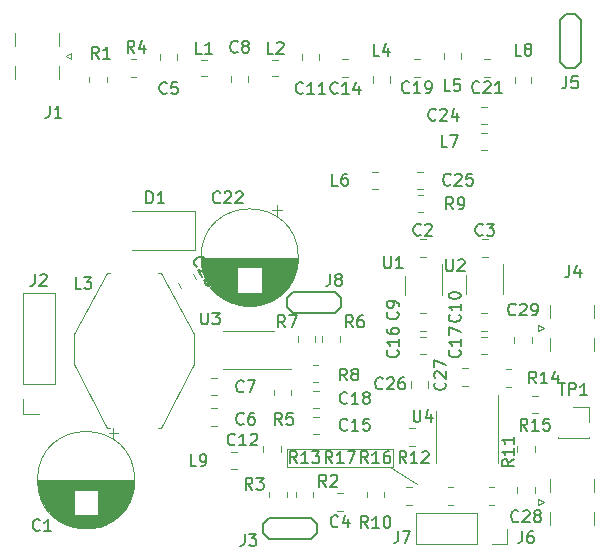
<source format=gbr>
%TF.GenerationSoftware,KiCad,Pcbnew,5.1.8*%
%TF.CreationDate,2020-12-03T12:40:02+01:00*%
%TF.ProjectId,GNI-plutoclocker,474e492d-706c-4757-946f-636c6f636b65,rev?*%
%TF.SameCoordinates,Original*%
%TF.FileFunction,Legend,Top*%
%TF.FilePolarity,Positive*%
%FSLAX46Y46*%
G04 Gerber Fmt 4.6, Leading zero omitted, Abs format (unit mm)*
G04 Created by KiCad (PCBNEW 5.1.8) date 2020-12-03 12:40:02*
%MOMM*%
%LPD*%
G01*
G04 APERTURE LIST*
%ADD10C,0.120000*%
%ADD11C,0.150000*%
G04 APERTURE END LIST*
D10*
X112750000Y-89750000D02*
X115000000Y-91250000D01*
X113000000Y-88250000D02*
X104000000Y-88250000D01*
X113000000Y-89750000D02*
X113000000Y-88250000D01*
X104000000Y-89750000D02*
X113000000Y-89750000D01*
X104000000Y-88250000D02*
X104000000Y-89750000D01*
%TO.C,C12*%
X102015000Y-88511252D02*
X102015000Y-87988748D01*
X103485000Y-88511252D02*
X103485000Y-87988748D01*
%TO.C,L9*%
X99761252Y-89960000D02*
X99238748Y-89960000D01*
X99761252Y-88540000D02*
X99238748Y-88540000D01*
%TO.C,C17*%
X120961252Y-78765000D02*
X120438748Y-78765000D01*
X120961252Y-80235000D02*
X120438748Y-80235000D01*
%TO.C,C4*%
X108761252Y-92015000D02*
X108238748Y-92015000D01*
X108761252Y-93485000D02*
X108238748Y-93485000D01*
%TO.C,C9*%
X115811252Y-76765000D02*
X115288748Y-76765000D01*
X115811252Y-78235000D02*
X115288748Y-78235000D01*
%TO.C,C16*%
X115811252Y-78765000D02*
X115288748Y-78765000D01*
X115811252Y-80235000D02*
X115288748Y-80235000D01*
%TO.C,U1*%
X117160000Y-74387500D02*
X117160000Y-72587500D01*
X117160000Y-74387500D02*
X117160000Y-75187500D01*
X114040000Y-74387500D02*
X114040000Y-73587500D01*
X114040000Y-74387500D02*
X114040000Y-75187500D01*
%TO.C,C2*%
X115811252Y-70515000D02*
X115288748Y-70515000D01*
X115811252Y-71985000D02*
X115288748Y-71985000D01*
%TO.C,TP1*%
X128250000Y-84670000D02*
X129580000Y-84670000D01*
X129580000Y-84670000D02*
X129580000Y-86000000D01*
X129580000Y-87210000D02*
X129580000Y-87330000D01*
X126920000Y-87210000D02*
X126920000Y-87330000D01*
X126920000Y-87330000D02*
X129580000Y-87330000D01*
%TO.C,R15*%
X124772936Y-85235000D02*
X125227064Y-85235000D01*
X124772936Y-83765000D02*
X125227064Y-83765000D01*
%TO.C,C6*%
X97538748Y-86285000D02*
X98061252Y-86285000D01*
X97538748Y-84815000D02*
X98061252Y-84815000D01*
%TO.C,U4*%
X121860000Y-87250000D02*
X121860000Y-83650000D01*
X121860000Y-87250000D02*
X121860000Y-89450000D01*
X116640000Y-87250000D02*
X116640000Y-85050000D01*
X116640000Y-87250000D02*
X116640000Y-89450000D01*
%TO.C,J7*%
X122660000Y-95000000D02*
X122660000Y-96330000D01*
X122660000Y-96330000D02*
X121330000Y-96330000D01*
X120060000Y-96330000D02*
X114920000Y-96330000D01*
X114920000Y-93670000D02*
X114920000Y-96330000D01*
X120060000Y-93670000D02*
X114920000Y-93670000D01*
X120060000Y-93670000D02*
X120060000Y-96330000D01*
%TO.C,L3*%
X96140000Y-78560000D02*
X93340000Y-73360000D01*
X93340000Y-73360000D02*
X93090000Y-73360000D01*
X93340000Y-86440000D02*
X93090000Y-86440000D01*
X96140000Y-81100000D02*
X93340000Y-86440000D01*
X88770000Y-73360000D02*
X89020000Y-73360000D01*
X85980000Y-78560000D02*
X88770000Y-73360000D01*
X88770000Y-86440000D02*
X89020000Y-86440000D01*
X85980000Y-81100000D02*
X88770000Y-86440000D01*
X85980000Y-78560000D02*
X85980000Y-81100000D01*
X96140000Y-78560000D02*
X96140000Y-81100000D01*
D11*
%TO.C,J8*%
X108580000Y-76250000D02*
X108080000Y-76750000D01*
X108580000Y-75450000D02*
X108580000Y-76250000D01*
X108080000Y-74950000D02*
X108580000Y-75450000D01*
X104480000Y-74950000D02*
X108080000Y-74950000D01*
X103980000Y-75450000D02*
X104480000Y-74950000D01*
X103980000Y-76250000D02*
X103980000Y-75450000D01*
X104480000Y-76750000D02*
X103980000Y-76250000D01*
X108080000Y-76750000D02*
X104480000Y-76750000D01*
D10*
%TO.C,U3*%
X100750000Y-81460000D02*
X104350000Y-81460000D01*
X100750000Y-81460000D02*
X98550000Y-81460000D01*
X100750000Y-78240000D02*
X102950000Y-78240000D01*
X100750000Y-78240000D02*
X98550000Y-78240000D01*
%TO.C,U2*%
X122260000Y-74362500D02*
X122260000Y-72562500D01*
X122260000Y-74362500D02*
X122260000Y-75162500D01*
X119140000Y-74362500D02*
X119140000Y-73562500D01*
X119140000Y-74362500D02*
X119140000Y-75162500D01*
%TO.C,R17*%
X117610436Y-92985000D02*
X118064564Y-92985000D01*
X117610436Y-91515000D02*
X118064564Y-91515000D01*
%TO.C,R16*%
X121564564Y-91515000D02*
X121110436Y-91515000D01*
X121564564Y-92985000D02*
X121110436Y-92985000D01*
%TO.C,R14*%
X122522936Y-82985000D02*
X122977064Y-82985000D01*
X122522936Y-81515000D02*
X122977064Y-81515000D01*
%TO.C,R13*%
X114564564Y-91515000D02*
X114110436Y-91515000D01*
X114564564Y-92985000D02*
X114110436Y-92985000D01*
%TO.C,R12*%
X114814564Y-86515000D02*
X114360436Y-86515000D01*
X114814564Y-87985000D02*
X114360436Y-87985000D01*
%TO.C,R11*%
X123515000Y-88022936D02*
X123515000Y-88477064D01*
X124985000Y-88022936D02*
X124985000Y-88477064D01*
%TO.C,R10*%
X112235000Y-92314564D02*
X112235000Y-91860436D01*
X110765000Y-92314564D02*
X110765000Y-91860436D01*
%TO.C,R9*%
X115110436Y-68235000D02*
X115564564Y-68235000D01*
X115110436Y-66765000D02*
X115564564Y-66765000D01*
%TO.C,R8*%
X106222936Y-82585000D02*
X106677064Y-82585000D01*
X106222936Y-81115000D02*
X106677064Y-81115000D01*
%TO.C,R7*%
X104915000Y-78722936D02*
X104915000Y-79177064D01*
X106385000Y-78722936D02*
X106385000Y-79177064D01*
%TO.C,R6*%
X108485000Y-79177064D02*
X108485000Y-78722936D01*
X107015000Y-79177064D02*
X107015000Y-78722936D01*
%TO.C,R5*%
X102915000Y-83222936D02*
X102915000Y-83677064D01*
X104385000Y-83222936D02*
X104385000Y-83677064D01*
%TO.C,R4*%
X91227064Y-55265000D02*
X90772936Y-55265000D01*
X91227064Y-56735000D02*
X90772936Y-56735000D01*
%TO.C,R3*%
X103985000Y-92314564D02*
X103985000Y-91860436D01*
X102515000Y-92314564D02*
X102515000Y-91860436D01*
%TO.C,R2*%
X104765000Y-91860436D02*
X104765000Y-92314564D01*
X106235000Y-91860436D02*
X106235000Y-92314564D01*
%TO.C,R1*%
X87265000Y-56772936D02*
X87265000Y-57227064D01*
X88735000Y-56772936D02*
X88735000Y-57227064D01*
%TO.C,L8*%
X124710000Y-57286252D02*
X124710000Y-56763748D01*
X123290000Y-57286252D02*
X123290000Y-56763748D01*
%TO.C,L7*%
X120463748Y-62960000D02*
X120986252Y-62960000D01*
X120463748Y-61540000D02*
X120986252Y-61540000D01*
%TO.C,L6*%
X111213748Y-66210000D02*
X111736252Y-66210000D01*
X111213748Y-64790000D02*
X111736252Y-64790000D01*
%TO.C,L5*%
X117290000Y-54713748D02*
X117290000Y-55236252D01*
X118710000Y-54713748D02*
X118710000Y-55236252D01*
%TO.C,L4*%
X112710000Y-57236252D02*
X112710000Y-56713748D01*
X111290000Y-57236252D02*
X111290000Y-56713748D01*
%TO.C,L2*%
X102763748Y-56710000D02*
X103286252Y-56710000D01*
X102763748Y-55290000D02*
X103286252Y-55290000D01*
%TO.C,L1*%
X96713748Y-56710000D02*
X97236252Y-56710000D01*
X96713748Y-55290000D02*
X97236252Y-55290000D01*
%TO.C,J6*%
X126290000Y-91910000D02*
X126290000Y-90800000D01*
X126290000Y-94700000D02*
X126290000Y-93590000D01*
X130000000Y-91910000D02*
X130000000Y-90800000D01*
X130000000Y-94700000D02*
X130000000Y-93590000D01*
X125740000Y-92750000D02*
X125240000Y-92500000D01*
X125240000Y-92500000D02*
X125240000Y-93000000D01*
X125240000Y-93000000D02*
X125740000Y-92750000D01*
D11*
%TO.C,J5*%
X127600000Y-56030000D02*
X127100000Y-55530000D01*
X128400000Y-56030000D02*
X127600000Y-56030000D01*
X128900000Y-55530000D02*
X128400000Y-56030000D01*
X128900000Y-51930000D02*
X128900000Y-55530000D01*
X128400000Y-51430000D02*
X128900000Y-51930000D01*
X127600000Y-51430000D02*
X128400000Y-51430000D01*
X127100000Y-51930000D02*
X127600000Y-51430000D01*
X127100000Y-55530000D02*
X127100000Y-51930000D01*
D10*
%TO.C,J4*%
X126290000Y-77160000D02*
X126290000Y-76050000D01*
X126290000Y-79950000D02*
X126290000Y-78840000D01*
X130000000Y-77160000D02*
X130000000Y-76050000D01*
X130000000Y-79950000D02*
X130000000Y-78840000D01*
X125740000Y-78000000D02*
X125240000Y-77750000D01*
X125240000Y-77750000D02*
X125240000Y-78250000D01*
X125240000Y-78250000D02*
X125740000Y-78000000D01*
D11*
%TO.C,J3*%
X101970000Y-94600000D02*
X102470000Y-94100000D01*
X101970000Y-95400000D02*
X101970000Y-94600000D01*
X102470000Y-95900000D02*
X101970000Y-95400000D01*
X106070000Y-95900000D02*
X102470000Y-95900000D01*
X106570000Y-95400000D02*
X106070000Y-95900000D01*
X106570000Y-94600000D02*
X106570000Y-95400000D01*
X106070000Y-94100000D02*
X106570000Y-94600000D01*
X102470000Y-94100000D02*
X106070000Y-94100000D01*
D10*
%TO.C,J2*%
X83000000Y-85330000D02*
X81670000Y-85330000D01*
X81670000Y-85330000D02*
X81670000Y-84000000D01*
X81670000Y-82730000D02*
X81670000Y-75050000D01*
X84330000Y-75050000D02*
X81670000Y-75050000D01*
X84330000Y-82730000D02*
X84330000Y-75050000D01*
X84330000Y-82730000D02*
X81670000Y-82730000D01*
%TO.C,J1*%
X84710000Y-55840000D02*
X84710000Y-56950000D01*
X84710000Y-53050000D02*
X84710000Y-54160000D01*
X81000000Y-55840000D02*
X81000000Y-56950000D01*
X81000000Y-53050000D02*
X81000000Y-54160000D01*
X85260000Y-55000000D02*
X85760000Y-55250000D01*
X85760000Y-55250000D02*
X85760000Y-54750000D01*
X85760000Y-54750000D02*
X85260000Y-55000000D01*
%TO.C,D1*%
X96250000Y-71400000D02*
X90850000Y-71400000D01*
X96250000Y-68100000D02*
X90850000Y-68100000D01*
X96250000Y-71400000D02*
X96250000Y-68100000D01*
%TO.C,C29*%
X124735000Y-79261252D02*
X124735000Y-78738748D01*
X123265000Y-79261252D02*
X123265000Y-78738748D01*
%TO.C,C28*%
X124985000Y-92011252D02*
X124985000Y-91488748D01*
X123515000Y-92011252D02*
X123515000Y-91488748D01*
%TO.C,C27*%
X118788748Y-82885000D02*
X119311252Y-82885000D01*
X118788748Y-81415000D02*
X119311252Y-81415000D01*
%TO.C,C26*%
X115985000Y-83061252D02*
X115985000Y-82538748D01*
X114515000Y-83061252D02*
X114515000Y-82538748D01*
%TO.C,C25*%
X115561252Y-64765000D02*
X115038748Y-64765000D01*
X115561252Y-66235000D02*
X115038748Y-66235000D01*
%TO.C,C24*%
X120961252Y-59265000D02*
X120438748Y-59265000D01*
X120961252Y-60735000D02*
X120438748Y-60735000D01*
%TO.C,C23*%
X94807845Y-74168525D02*
X95069097Y-74621027D01*
X96080903Y-73433525D02*
X96342155Y-73886027D01*
%TO.C,C22*%
X103565000Y-68040302D02*
X102765000Y-68040302D01*
X103165000Y-67640302D02*
X103165000Y-68440302D01*
X101383000Y-76131000D02*
X100317000Y-76131000D01*
X101618000Y-76091000D02*
X100082000Y-76091000D01*
X101798000Y-76051000D02*
X99902000Y-76051000D01*
X101948000Y-76011000D02*
X99752000Y-76011000D01*
X102079000Y-75971000D02*
X99621000Y-75971000D01*
X102196000Y-75931000D02*
X99504000Y-75931000D01*
X102303000Y-75891000D02*
X99397000Y-75891000D01*
X102402000Y-75851000D02*
X99298000Y-75851000D01*
X102495000Y-75811000D02*
X99205000Y-75811000D01*
X102581000Y-75771000D02*
X99119000Y-75771000D01*
X102663000Y-75731000D02*
X99037000Y-75731000D01*
X102740000Y-75691000D02*
X98960000Y-75691000D01*
X102814000Y-75651000D02*
X98886000Y-75651000D01*
X102884000Y-75611000D02*
X98816000Y-75611000D01*
X102952000Y-75571000D02*
X98748000Y-75571000D01*
X103016000Y-75531000D02*
X98684000Y-75531000D01*
X103078000Y-75491000D02*
X98622000Y-75491000D01*
X103137000Y-75451000D02*
X98563000Y-75451000D01*
X103195000Y-75411000D02*
X98505000Y-75411000D01*
X103250000Y-75371000D02*
X98450000Y-75371000D01*
X103304000Y-75331000D02*
X98396000Y-75331000D01*
X103355000Y-75291000D02*
X98345000Y-75291000D01*
X103406000Y-75251000D02*
X98294000Y-75251000D01*
X103454000Y-75211000D02*
X98246000Y-75211000D01*
X103501000Y-75171000D02*
X98199000Y-75171000D01*
X103547000Y-75131000D02*
X98153000Y-75131000D01*
X103591000Y-75091000D02*
X98109000Y-75091000D01*
X103634000Y-75051000D02*
X98066000Y-75051000D01*
X103676000Y-75011000D02*
X98024000Y-75011000D01*
X99810000Y-74971000D02*
X97983000Y-74971000D01*
X103717000Y-74971000D02*
X101890000Y-74971000D01*
X99810000Y-74931000D02*
X97943000Y-74931000D01*
X103757000Y-74931000D02*
X101890000Y-74931000D01*
X99810000Y-74891000D02*
X97905000Y-74891000D01*
X103795000Y-74891000D02*
X101890000Y-74891000D01*
X99810000Y-74851000D02*
X97867000Y-74851000D01*
X103833000Y-74851000D02*
X101890000Y-74851000D01*
X99810000Y-74811000D02*
X97831000Y-74811000D01*
X103869000Y-74811000D02*
X101890000Y-74811000D01*
X99810000Y-74771000D02*
X97795000Y-74771000D01*
X103905000Y-74771000D02*
X101890000Y-74771000D01*
X99810000Y-74731000D02*
X97760000Y-74731000D01*
X103940000Y-74731000D02*
X101890000Y-74731000D01*
X99810000Y-74691000D02*
X97726000Y-74691000D01*
X103974000Y-74691000D02*
X101890000Y-74691000D01*
X99810000Y-74651000D02*
X97694000Y-74651000D01*
X104006000Y-74651000D02*
X101890000Y-74651000D01*
X99810000Y-74611000D02*
X97661000Y-74611000D01*
X104039000Y-74611000D02*
X101890000Y-74611000D01*
X99810000Y-74571000D02*
X97630000Y-74571000D01*
X104070000Y-74571000D02*
X101890000Y-74571000D01*
X99810000Y-74531000D02*
X97600000Y-74531000D01*
X104100000Y-74531000D02*
X101890000Y-74531000D01*
X99810000Y-74491000D02*
X97570000Y-74491000D01*
X104130000Y-74491000D02*
X101890000Y-74491000D01*
X99810000Y-74451000D02*
X97541000Y-74451000D01*
X104159000Y-74451000D02*
X101890000Y-74451000D01*
X99810000Y-74411000D02*
X97512000Y-74411000D01*
X104188000Y-74411000D02*
X101890000Y-74411000D01*
X99810000Y-74371000D02*
X97485000Y-74371000D01*
X104215000Y-74371000D02*
X101890000Y-74371000D01*
X99810000Y-74331000D02*
X97458000Y-74331000D01*
X104242000Y-74331000D02*
X101890000Y-74331000D01*
X99810000Y-74291000D02*
X97432000Y-74291000D01*
X104268000Y-74291000D02*
X101890000Y-74291000D01*
X99810000Y-74251000D02*
X97406000Y-74251000D01*
X104294000Y-74251000D02*
X101890000Y-74251000D01*
X99810000Y-74211000D02*
X97381000Y-74211000D01*
X104319000Y-74211000D02*
X101890000Y-74211000D01*
X99810000Y-74171000D02*
X97357000Y-74171000D01*
X104343000Y-74171000D02*
X101890000Y-74171000D01*
X99810000Y-74131000D02*
X97333000Y-74131000D01*
X104367000Y-74131000D02*
X101890000Y-74131000D01*
X99810000Y-74091000D02*
X97310000Y-74091000D01*
X104390000Y-74091000D02*
X101890000Y-74091000D01*
X99810000Y-74051000D02*
X97288000Y-74051000D01*
X104412000Y-74051000D02*
X101890000Y-74051000D01*
X99810000Y-74011000D02*
X97266000Y-74011000D01*
X104434000Y-74011000D02*
X101890000Y-74011000D01*
X99810000Y-73971000D02*
X97244000Y-73971000D01*
X104456000Y-73971000D02*
X101890000Y-73971000D01*
X99810000Y-73931000D02*
X97223000Y-73931000D01*
X104477000Y-73931000D02*
X101890000Y-73931000D01*
X99810000Y-73891000D02*
X97203000Y-73891000D01*
X104497000Y-73891000D02*
X101890000Y-73891000D01*
X99810000Y-73851000D02*
X97184000Y-73851000D01*
X104516000Y-73851000D02*
X101890000Y-73851000D01*
X99810000Y-73811000D02*
X97164000Y-73811000D01*
X104536000Y-73811000D02*
X101890000Y-73811000D01*
X99810000Y-73771000D02*
X97146000Y-73771000D01*
X104554000Y-73771000D02*
X101890000Y-73771000D01*
X99810000Y-73731000D02*
X97128000Y-73731000D01*
X104572000Y-73731000D02*
X101890000Y-73731000D01*
X99810000Y-73691000D02*
X97110000Y-73691000D01*
X104590000Y-73691000D02*
X101890000Y-73691000D01*
X99810000Y-73651000D02*
X97093000Y-73651000D01*
X104607000Y-73651000D02*
X101890000Y-73651000D01*
X99810000Y-73611000D02*
X97076000Y-73611000D01*
X104624000Y-73611000D02*
X101890000Y-73611000D01*
X99810000Y-73571000D02*
X97060000Y-73571000D01*
X104640000Y-73571000D02*
X101890000Y-73571000D01*
X99810000Y-73531000D02*
X97045000Y-73531000D01*
X104655000Y-73531000D02*
X101890000Y-73531000D01*
X99810000Y-73491000D02*
X97029000Y-73491000D01*
X104671000Y-73491000D02*
X101890000Y-73491000D01*
X99810000Y-73451000D02*
X97015000Y-73451000D01*
X104685000Y-73451000D02*
X101890000Y-73451000D01*
X99810000Y-73411000D02*
X97000000Y-73411000D01*
X104700000Y-73411000D02*
X101890000Y-73411000D01*
X99810000Y-73371000D02*
X96987000Y-73371000D01*
X104713000Y-73371000D02*
X101890000Y-73371000D01*
X99810000Y-73331000D02*
X96973000Y-73331000D01*
X104727000Y-73331000D02*
X101890000Y-73331000D01*
X99810000Y-73291000D02*
X96961000Y-73291000D01*
X104739000Y-73291000D02*
X101890000Y-73291000D01*
X99810000Y-73251000D02*
X96948000Y-73251000D01*
X104752000Y-73251000D02*
X101890000Y-73251000D01*
X99810000Y-73211000D02*
X96936000Y-73211000D01*
X104764000Y-73211000D02*
X101890000Y-73211000D01*
X99810000Y-73171000D02*
X96925000Y-73171000D01*
X104775000Y-73171000D02*
X101890000Y-73171000D01*
X99810000Y-73131000D02*
X96914000Y-73131000D01*
X104786000Y-73131000D02*
X101890000Y-73131000D01*
X99810000Y-73091000D02*
X96903000Y-73091000D01*
X104797000Y-73091000D02*
X101890000Y-73091000D01*
X99810000Y-73051000D02*
X96893000Y-73051000D01*
X104807000Y-73051000D02*
X101890000Y-73051000D01*
X99810000Y-73011000D02*
X96883000Y-73011000D01*
X104817000Y-73011000D02*
X101890000Y-73011000D01*
X99810000Y-72971000D02*
X96874000Y-72971000D01*
X104826000Y-72971000D02*
X101890000Y-72971000D01*
X99810000Y-72931000D02*
X96865000Y-72931000D01*
X104835000Y-72931000D02*
X101890000Y-72931000D01*
X104844000Y-72891000D02*
X96856000Y-72891000D01*
X104852000Y-72851000D02*
X96848000Y-72851000D01*
X104860000Y-72811000D02*
X96840000Y-72811000D01*
X104867000Y-72771000D02*
X96833000Y-72771000D01*
X104874000Y-72730000D02*
X96826000Y-72730000D01*
X104880000Y-72690000D02*
X96820000Y-72690000D01*
X104887000Y-72650000D02*
X96813000Y-72650000D01*
X104892000Y-72610000D02*
X96808000Y-72610000D01*
X104898000Y-72570000D02*
X96802000Y-72570000D01*
X104902000Y-72530000D02*
X96798000Y-72530000D01*
X104907000Y-72490000D02*
X96793000Y-72490000D01*
X104911000Y-72450000D02*
X96789000Y-72450000D01*
X104915000Y-72410000D02*
X96785000Y-72410000D01*
X104918000Y-72370000D02*
X96782000Y-72370000D01*
X104921000Y-72330000D02*
X96779000Y-72330000D01*
X104924000Y-72290000D02*
X96776000Y-72290000D01*
X104926000Y-72250000D02*
X96774000Y-72250000D01*
X104927000Y-72210000D02*
X96773000Y-72210000D01*
X104929000Y-72170000D02*
X96771000Y-72170000D01*
X104930000Y-72130000D02*
X96770000Y-72130000D01*
X104930000Y-72090000D02*
X96770000Y-72090000D01*
X104930000Y-72050000D02*
X96770000Y-72050000D01*
X104970000Y-72050000D02*
G75*
G03*
X104970000Y-72050000I-4120000J0D01*
G01*
%TO.C,C21*%
X121211252Y-55265000D02*
X120688748Y-55265000D01*
X121211252Y-56735000D02*
X120688748Y-56735000D01*
%TO.C,C19*%
X115261252Y-55265000D02*
X114738748Y-55265000D01*
X115261252Y-56735000D02*
X114738748Y-56735000D01*
%TO.C,C18*%
X106188748Y-84785000D02*
X106711252Y-84785000D01*
X106188748Y-83315000D02*
X106711252Y-83315000D01*
%TO.C,C15*%
X106188748Y-86985000D02*
X106711252Y-86985000D01*
X106188748Y-85515000D02*
X106711252Y-85515000D01*
%TO.C,C14*%
X109211252Y-55265000D02*
X108688748Y-55265000D01*
X109211252Y-56735000D02*
X108688748Y-56735000D01*
%TO.C,C11*%
X106735000Y-55361252D02*
X106735000Y-54838748D01*
X105265000Y-55361252D02*
X105265000Y-54838748D01*
%TO.C,C10*%
X120961252Y-76765000D02*
X120438748Y-76765000D01*
X120961252Y-78235000D02*
X120438748Y-78235000D01*
%TO.C,C8*%
X99265000Y-56638748D02*
X99265000Y-57161252D01*
X100735000Y-56638748D02*
X100735000Y-57161252D01*
%TO.C,C7*%
X97538748Y-83685000D02*
X98061252Y-83685000D01*
X97538748Y-82215000D02*
X98061252Y-82215000D01*
%TO.C,C5*%
X94735000Y-55311252D02*
X94735000Y-54788748D01*
X93265000Y-55311252D02*
X93265000Y-54788748D01*
%TO.C,C3*%
X121011252Y-70515000D02*
X120488748Y-70515000D01*
X121011252Y-71985000D02*
X120488748Y-71985000D01*
%TO.C,C1*%
X89715000Y-86890302D02*
X88915000Y-86890302D01*
X89315000Y-86490302D02*
X89315000Y-87290302D01*
X87533000Y-94981000D02*
X86467000Y-94981000D01*
X87768000Y-94941000D02*
X86232000Y-94941000D01*
X87948000Y-94901000D02*
X86052000Y-94901000D01*
X88098000Y-94861000D02*
X85902000Y-94861000D01*
X88229000Y-94821000D02*
X85771000Y-94821000D01*
X88346000Y-94781000D02*
X85654000Y-94781000D01*
X88453000Y-94741000D02*
X85547000Y-94741000D01*
X88552000Y-94701000D02*
X85448000Y-94701000D01*
X88645000Y-94661000D02*
X85355000Y-94661000D01*
X88731000Y-94621000D02*
X85269000Y-94621000D01*
X88813000Y-94581000D02*
X85187000Y-94581000D01*
X88890000Y-94541000D02*
X85110000Y-94541000D01*
X88964000Y-94501000D02*
X85036000Y-94501000D01*
X89034000Y-94461000D02*
X84966000Y-94461000D01*
X89102000Y-94421000D02*
X84898000Y-94421000D01*
X89166000Y-94381000D02*
X84834000Y-94381000D01*
X89228000Y-94341000D02*
X84772000Y-94341000D01*
X89287000Y-94301000D02*
X84713000Y-94301000D01*
X89345000Y-94261000D02*
X84655000Y-94261000D01*
X89400000Y-94221000D02*
X84600000Y-94221000D01*
X89454000Y-94181000D02*
X84546000Y-94181000D01*
X89505000Y-94141000D02*
X84495000Y-94141000D01*
X89556000Y-94101000D02*
X84444000Y-94101000D01*
X89604000Y-94061000D02*
X84396000Y-94061000D01*
X89651000Y-94021000D02*
X84349000Y-94021000D01*
X89697000Y-93981000D02*
X84303000Y-93981000D01*
X89741000Y-93941000D02*
X84259000Y-93941000D01*
X89784000Y-93901000D02*
X84216000Y-93901000D01*
X89826000Y-93861000D02*
X84174000Y-93861000D01*
X85960000Y-93821000D02*
X84133000Y-93821000D01*
X89867000Y-93821000D02*
X88040000Y-93821000D01*
X85960000Y-93781000D02*
X84093000Y-93781000D01*
X89907000Y-93781000D02*
X88040000Y-93781000D01*
X85960000Y-93741000D02*
X84055000Y-93741000D01*
X89945000Y-93741000D02*
X88040000Y-93741000D01*
X85960000Y-93701000D02*
X84017000Y-93701000D01*
X89983000Y-93701000D02*
X88040000Y-93701000D01*
X85960000Y-93661000D02*
X83981000Y-93661000D01*
X90019000Y-93661000D02*
X88040000Y-93661000D01*
X85960000Y-93621000D02*
X83945000Y-93621000D01*
X90055000Y-93621000D02*
X88040000Y-93621000D01*
X85960000Y-93581000D02*
X83910000Y-93581000D01*
X90090000Y-93581000D02*
X88040000Y-93581000D01*
X85960000Y-93541000D02*
X83876000Y-93541000D01*
X90124000Y-93541000D02*
X88040000Y-93541000D01*
X85960000Y-93501000D02*
X83844000Y-93501000D01*
X90156000Y-93501000D02*
X88040000Y-93501000D01*
X85960000Y-93461000D02*
X83811000Y-93461000D01*
X90189000Y-93461000D02*
X88040000Y-93461000D01*
X85960000Y-93421000D02*
X83780000Y-93421000D01*
X90220000Y-93421000D02*
X88040000Y-93421000D01*
X85960000Y-93381000D02*
X83750000Y-93381000D01*
X90250000Y-93381000D02*
X88040000Y-93381000D01*
X85960000Y-93341000D02*
X83720000Y-93341000D01*
X90280000Y-93341000D02*
X88040000Y-93341000D01*
X85960000Y-93301000D02*
X83691000Y-93301000D01*
X90309000Y-93301000D02*
X88040000Y-93301000D01*
X85960000Y-93261000D02*
X83662000Y-93261000D01*
X90338000Y-93261000D02*
X88040000Y-93261000D01*
X85960000Y-93221000D02*
X83635000Y-93221000D01*
X90365000Y-93221000D02*
X88040000Y-93221000D01*
X85960000Y-93181000D02*
X83608000Y-93181000D01*
X90392000Y-93181000D02*
X88040000Y-93181000D01*
X85960000Y-93141000D02*
X83582000Y-93141000D01*
X90418000Y-93141000D02*
X88040000Y-93141000D01*
X85960000Y-93101000D02*
X83556000Y-93101000D01*
X90444000Y-93101000D02*
X88040000Y-93101000D01*
X85960000Y-93061000D02*
X83531000Y-93061000D01*
X90469000Y-93061000D02*
X88040000Y-93061000D01*
X85960000Y-93021000D02*
X83507000Y-93021000D01*
X90493000Y-93021000D02*
X88040000Y-93021000D01*
X85960000Y-92981000D02*
X83483000Y-92981000D01*
X90517000Y-92981000D02*
X88040000Y-92981000D01*
X85960000Y-92941000D02*
X83460000Y-92941000D01*
X90540000Y-92941000D02*
X88040000Y-92941000D01*
X85960000Y-92901000D02*
X83438000Y-92901000D01*
X90562000Y-92901000D02*
X88040000Y-92901000D01*
X85960000Y-92861000D02*
X83416000Y-92861000D01*
X90584000Y-92861000D02*
X88040000Y-92861000D01*
X85960000Y-92821000D02*
X83394000Y-92821000D01*
X90606000Y-92821000D02*
X88040000Y-92821000D01*
X85960000Y-92781000D02*
X83373000Y-92781000D01*
X90627000Y-92781000D02*
X88040000Y-92781000D01*
X85960000Y-92741000D02*
X83353000Y-92741000D01*
X90647000Y-92741000D02*
X88040000Y-92741000D01*
X85960000Y-92701000D02*
X83334000Y-92701000D01*
X90666000Y-92701000D02*
X88040000Y-92701000D01*
X85960000Y-92661000D02*
X83314000Y-92661000D01*
X90686000Y-92661000D02*
X88040000Y-92661000D01*
X85960000Y-92621000D02*
X83296000Y-92621000D01*
X90704000Y-92621000D02*
X88040000Y-92621000D01*
X85960000Y-92581000D02*
X83278000Y-92581000D01*
X90722000Y-92581000D02*
X88040000Y-92581000D01*
X85960000Y-92541000D02*
X83260000Y-92541000D01*
X90740000Y-92541000D02*
X88040000Y-92541000D01*
X85960000Y-92501000D02*
X83243000Y-92501000D01*
X90757000Y-92501000D02*
X88040000Y-92501000D01*
X85960000Y-92461000D02*
X83226000Y-92461000D01*
X90774000Y-92461000D02*
X88040000Y-92461000D01*
X85960000Y-92421000D02*
X83210000Y-92421000D01*
X90790000Y-92421000D02*
X88040000Y-92421000D01*
X85960000Y-92381000D02*
X83195000Y-92381000D01*
X90805000Y-92381000D02*
X88040000Y-92381000D01*
X85960000Y-92341000D02*
X83179000Y-92341000D01*
X90821000Y-92341000D02*
X88040000Y-92341000D01*
X85960000Y-92301000D02*
X83165000Y-92301000D01*
X90835000Y-92301000D02*
X88040000Y-92301000D01*
X85960000Y-92261000D02*
X83150000Y-92261000D01*
X90850000Y-92261000D02*
X88040000Y-92261000D01*
X85960000Y-92221000D02*
X83137000Y-92221000D01*
X90863000Y-92221000D02*
X88040000Y-92221000D01*
X85960000Y-92181000D02*
X83123000Y-92181000D01*
X90877000Y-92181000D02*
X88040000Y-92181000D01*
X85960000Y-92141000D02*
X83111000Y-92141000D01*
X90889000Y-92141000D02*
X88040000Y-92141000D01*
X85960000Y-92101000D02*
X83098000Y-92101000D01*
X90902000Y-92101000D02*
X88040000Y-92101000D01*
X85960000Y-92061000D02*
X83086000Y-92061000D01*
X90914000Y-92061000D02*
X88040000Y-92061000D01*
X85960000Y-92021000D02*
X83075000Y-92021000D01*
X90925000Y-92021000D02*
X88040000Y-92021000D01*
X85960000Y-91981000D02*
X83064000Y-91981000D01*
X90936000Y-91981000D02*
X88040000Y-91981000D01*
X85960000Y-91941000D02*
X83053000Y-91941000D01*
X90947000Y-91941000D02*
X88040000Y-91941000D01*
X85960000Y-91901000D02*
X83043000Y-91901000D01*
X90957000Y-91901000D02*
X88040000Y-91901000D01*
X85960000Y-91861000D02*
X83033000Y-91861000D01*
X90967000Y-91861000D02*
X88040000Y-91861000D01*
X85960000Y-91821000D02*
X83024000Y-91821000D01*
X90976000Y-91821000D02*
X88040000Y-91821000D01*
X85960000Y-91781000D02*
X83015000Y-91781000D01*
X90985000Y-91781000D02*
X88040000Y-91781000D01*
X90994000Y-91741000D02*
X83006000Y-91741000D01*
X91002000Y-91701000D02*
X82998000Y-91701000D01*
X91010000Y-91661000D02*
X82990000Y-91661000D01*
X91017000Y-91621000D02*
X82983000Y-91621000D01*
X91024000Y-91580000D02*
X82976000Y-91580000D01*
X91030000Y-91540000D02*
X82970000Y-91540000D01*
X91037000Y-91500000D02*
X82963000Y-91500000D01*
X91042000Y-91460000D02*
X82958000Y-91460000D01*
X91048000Y-91420000D02*
X82952000Y-91420000D01*
X91052000Y-91380000D02*
X82948000Y-91380000D01*
X91057000Y-91340000D02*
X82943000Y-91340000D01*
X91061000Y-91300000D02*
X82939000Y-91300000D01*
X91065000Y-91260000D02*
X82935000Y-91260000D01*
X91068000Y-91220000D02*
X82932000Y-91220000D01*
X91071000Y-91180000D02*
X82929000Y-91180000D01*
X91074000Y-91140000D02*
X82926000Y-91140000D01*
X91076000Y-91100000D02*
X82924000Y-91100000D01*
X91077000Y-91060000D02*
X82923000Y-91060000D01*
X91079000Y-91020000D02*
X82921000Y-91020000D01*
X91080000Y-90980000D02*
X82920000Y-90980000D01*
X91080000Y-90940000D02*
X82920000Y-90940000D01*
X91080000Y-90900000D02*
X82920000Y-90900000D01*
X91120000Y-90900000D02*
G75*
G03*
X91120000Y-90900000I-4120000J0D01*
G01*
%TO.C,C12*%
D11*
X99607142Y-87857142D02*
X99559523Y-87904761D01*
X99416666Y-87952380D01*
X99321428Y-87952380D01*
X99178571Y-87904761D01*
X99083333Y-87809523D01*
X99035714Y-87714285D01*
X98988095Y-87523809D01*
X98988095Y-87380952D01*
X99035714Y-87190476D01*
X99083333Y-87095238D01*
X99178571Y-87000000D01*
X99321428Y-86952380D01*
X99416666Y-86952380D01*
X99559523Y-87000000D01*
X99607142Y-87047619D01*
X100559523Y-87952380D02*
X99988095Y-87952380D01*
X100273809Y-87952380D02*
X100273809Y-86952380D01*
X100178571Y-87095238D01*
X100083333Y-87190476D01*
X99988095Y-87238095D01*
X100940476Y-87047619D02*
X100988095Y-87000000D01*
X101083333Y-86952380D01*
X101321428Y-86952380D01*
X101416666Y-87000000D01*
X101464285Y-87047619D01*
X101511904Y-87142857D01*
X101511904Y-87238095D01*
X101464285Y-87380952D01*
X100892857Y-87952380D01*
X101511904Y-87952380D01*
%TO.C,L9*%
X96333333Y-89702380D02*
X95857142Y-89702380D01*
X95857142Y-88702380D01*
X96714285Y-89702380D02*
X96904761Y-89702380D01*
X97000000Y-89654761D01*
X97047619Y-89607142D01*
X97142857Y-89464285D01*
X97190476Y-89273809D01*
X97190476Y-88892857D01*
X97142857Y-88797619D01*
X97095238Y-88750000D01*
X97000000Y-88702380D01*
X96809523Y-88702380D01*
X96714285Y-88750000D01*
X96666666Y-88797619D01*
X96619047Y-88892857D01*
X96619047Y-89130952D01*
X96666666Y-89226190D01*
X96714285Y-89273809D01*
X96809523Y-89321428D01*
X97000000Y-89321428D01*
X97095238Y-89273809D01*
X97142857Y-89226190D01*
X97190476Y-89130952D01*
%TO.C,C17*%
X118607142Y-79892857D02*
X118654761Y-79940476D01*
X118702380Y-80083333D01*
X118702380Y-80178571D01*
X118654761Y-80321428D01*
X118559523Y-80416666D01*
X118464285Y-80464285D01*
X118273809Y-80511904D01*
X118130952Y-80511904D01*
X117940476Y-80464285D01*
X117845238Y-80416666D01*
X117750000Y-80321428D01*
X117702380Y-80178571D01*
X117702380Y-80083333D01*
X117750000Y-79940476D01*
X117797619Y-79892857D01*
X118702380Y-78940476D02*
X118702380Y-79511904D01*
X118702380Y-79226190D02*
X117702380Y-79226190D01*
X117845238Y-79321428D01*
X117940476Y-79416666D01*
X117988095Y-79511904D01*
X117702380Y-78607142D02*
X117702380Y-77940476D01*
X118702380Y-78369047D01*
%TO.C,C4*%
X108333333Y-94787142D02*
X108285714Y-94834761D01*
X108142857Y-94882380D01*
X108047619Y-94882380D01*
X107904761Y-94834761D01*
X107809523Y-94739523D01*
X107761904Y-94644285D01*
X107714285Y-94453809D01*
X107714285Y-94310952D01*
X107761904Y-94120476D01*
X107809523Y-94025238D01*
X107904761Y-93930000D01*
X108047619Y-93882380D01*
X108142857Y-93882380D01*
X108285714Y-93930000D01*
X108333333Y-93977619D01*
X109190476Y-94215714D02*
X109190476Y-94882380D01*
X108952380Y-93834761D02*
X108714285Y-94549047D01*
X109333333Y-94549047D01*
%TO.C,C9*%
X113357142Y-76666666D02*
X113404761Y-76714285D01*
X113452380Y-76857142D01*
X113452380Y-76952380D01*
X113404761Y-77095238D01*
X113309523Y-77190476D01*
X113214285Y-77238095D01*
X113023809Y-77285714D01*
X112880952Y-77285714D01*
X112690476Y-77238095D01*
X112595238Y-77190476D01*
X112500000Y-77095238D01*
X112452380Y-76952380D01*
X112452380Y-76857142D01*
X112500000Y-76714285D01*
X112547619Y-76666666D01*
X113452380Y-76190476D02*
X113452380Y-76000000D01*
X113404761Y-75904761D01*
X113357142Y-75857142D01*
X113214285Y-75761904D01*
X113023809Y-75714285D01*
X112642857Y-75714285D01*
X112547619Y-75761904D01*
X112500000Y-75809523D01*
X112452380Y-75904761D01*
X112452380Y-76095238D01*
X112500000Y-76190476D01*
X112547619Y-76238095D01*
X112642857Y-76285714D01*
X112880952Y-76285714D01*
X112976190Y-76238095D01*
X113023809Y-76190476D01*
X113071428Y-76095238D01*
X113071428Y-75904761D01*
X113023809Y-75809523D01*
X112976190Y-75761904D01*
X112880952Y-75714285D01*
%TO.C,C16*%
X113357142Y-79892857D02*
X113404761Y-79940476D01*
X113452380Y-80083333D01*
X113452380Y-80178571D01*
X113404761Y-80321428D01*
X113309523Y-80416666D01*
X113214285Y-80464285D01*
X113023809Y-80511904D01*
X112880952Y-80511904D01*
X112690476Y-80464285D01*
X112595238Y-80416666D01*
X112500000Y-80321428D01*
X112452380Y-80178571D01*
X112452380Y-80083333D01*
X112500000Y-79940476D01*
X112547619Y-79892857D01*
X113452380Y-78940476D02*
X113452380Y-79511904D01*
X113452380Y-79226190D02*
X112452380Y-79226190D01*
X112595238Y-79321428D01*
X112690476Y-79416666D01*
X112738095Y-79511904D01*
X112452380Y-78083333D02*
X112452380Y-78273809D01*
X112500000Y-78369047D01*
X112547619Y-78416666D01*
X112690476Y-78511904D01*
X112880952Y-78559523D01*
X113261904Y-78559523D01*
X113357142Y-78511904D01*
X113404761Y-78464285D01*
X113452380Y-78369047D01*
X113452380Y-78178571D01*
X113404761Y-78083333D01*
X113357142Y-78035714D01*
X113261904Y-77988095D01*
X113023809Y-77988095D01*
X112928571Y-78035714D01*
X112880952Y-78083333D01*
X112833333Y-78178571D01*
X112833333Y-78369047D01*
X112880952Y-78464285D01*
X112928571Y-78511904D01*
X113023809Y-78559523D01*
%TO.C,U1*%
X112238095Y-71952380D02*
X112238095Y-72761904D01*
X112285714Y-72857142D01*
X112333333Y-72904761D01*
X112428571Y-72952380D01*
X112619047Y-72952380D01*
X112714285Y-72904761D01*
X112761904Y-72857142D01*
X112809523Y-72761904D01*
X112809523Y-71952380D01*
X113809523Y-72952380D02*
X113238095Y-72952380D01*
X113523809Y-72952380D02*
X113523809Y-71952380D01*
X113428571Y-72095238D01*
X113333333Y-72190476D01*
X113238095Y-72238095D01*
%TO.C,C2*%
X115333333Y-70107142D02*
X115285714Y-70154761D01*
X115142857Y-70202380D01*
X115047619Y-70202380D01*
X114904761Y-70154761D01*
X114809523Y-70059523D01*
X114761904Y-69964285D01*
X114714285Y-69773809D01*
X114714285Y-69630952D01*
X114761904Y-69440476D01*
X114809523Y-69345238D01*
X114904761Y-69250000D01*
X115047619Y-69202380D01*
X115142857Y-69202380D01*
X115285714Y-69250000D01*
X115333333Y-69297619D01*
X115714285Y-69297619D02*
X115761904Y-69250000D01*
X115857142Y-69202380D01*
X116095238Y-69202380D01*
X116190476Y-69250000D01*
X116238095Y-69297619D01*
X116285714Y-69392857D01*
X116285714Y-69488095D01*
X116238095Y-69630952D01*
X115666666Y-70202380D01*
X116285714Y-70202380D01*
%TO.C,TP1*%
X126988095Y-82682380D02*
X127559523Y-82682380D01*
X127273809Y-83682380D02*
X127273809Y-82682380D01*
X127892857Y-83682380D02*
X127892857Y-82682380D01*
X128273809Y-82682380D01*
X128369047Y-82730000D01*
X128416666Y-82777619D01*
X128464285Y-82872857D01*
X128464285Y-83015714D01*
X128416666Y-83110952D01*
X128369047Y-83158571D01*
X128273809Y-83206190D01*
X127892857Y-83206190D01*
X129416666Y-83682380D02*
X128845238Y-83682380D01*
X129130952Y-83682380D02*
X129130952Y-82682380D01*
X129035714Y-82825238D01*
X128940476Y-82920476D01*
X128845238Y-82968095D01*
%TO.C,R15*%
X124357142Y-86702380D02*
X124023809Y-86226190D01*
X123785714Y-86702380D02*
X123785714Y-85702380D01*
X124166666Y-85702380D01*
X124261904Y-85750000D01*
X124309523Y-85797619D01*
X124357142Y-85892857D01*
X124357142Y-86035714D01*
X124309523Y-86130952D01*
X124261904Y-86178571D01*
X124166666Y-86226190D01*
X123785714Y-86226190D01*
X125309523Y-86702380D02*
X124738095Y-86702380D01*
X125023809Y-86702380D02*
X125023809Y-85702380D01*
X124928571Y-85845238D01*
X124833333Y-85940476D01*
X124738095Y-85988095D01*
X126214285Y-85702380D02*
X125738095Y-85702380D01*
X125690476Y-86178571D01*
X125738095Y-86130952D01*
X125833333Y-86083333D01*
X126071428Y-86083333D01*
X126166666Y-86130952D01*
X126214285Y-86178571D01*
X126261904Y-86273809D01*
X126261904Y-86511904D01*
X126214285Y-86607142D01*
X126166666Y-86654761D01*
X126071428Y-86702380D01*
X125833333Y-86702380D01*
X125738095Y-86654761D01*
X125690476Y-86607142D01*
%TO.C,C6*%
X100333333Y-86107142D02*
X100285714Y-86154761D01*
X100142857Y-86202380D01*
X100047619Y-86202380D01*
X99904761Y-86154761D01*
X99809523Y-86059523D01*
X99761904Y-85964285D01*
X99714285Y-85773809D01*
X99714285Y-85630952D01*
X99761904Y-85440476D01*
X99809523Y-85345238D01*
X99904761Y-85250000D01*
X100047619Y-85202380D01*
X100142857Y-85202380D01*
X100285714Y-85250000D01*
X100333333Y-85297619D01*
X101190476Y-85202380D02*
X101000000Y-85202380D01*
X100904761Y-85250000D01*
X100857142Y-85297619D01*
X100761904Y-85440476D01*
X100714285Y-85630952D01*
X100714285Y-86011904D01*
X100761904Y-86107142D01*
X100809523Y-86154761D01*
X100904761Y-86202380D01*
X101095238Y-86202380D01*
X101190476Y-86154761D01*
X101238095Y-86107142D01*
X101285714Y-86011904D01*
X101285714Y-85773809D01*
X101238095Y-85678571D01*
X101190476Y-85630952D01*
X101095238Y-85583333D01*
X100904761Y-85583333D01*
X100809523Y-85630952D01*
X100761904Y-85678571D01*
X100714285Y-85773809D01*
%TO.C,U4*%
X114738095Y-84952380D02*
X114738095Y-85761904D01*
X114785714Y-85857142D01*
X114833333Y-85904761D01*
X114928571Y-85952380D01*
X115119047Y-85952380D01*
X115214285Y-85904761D01*
X115261904Y-85857142D01*
X115309523Y-85761904D01*
X115309523Y-84952380D01*
X116214285Y-85285714D02*
X116214285Y-85952380D01*
X115976190Y-84904761D02*
X115738095Y-85619047D01*
X116357142Y-85619047D01*
%TO.C,J7*%
X113416666Y-95202380D02*
X113416666Y-95916666D01*
X113369047Y-96059523D01*
X113273809Y-96154761D01*
X113130952Y-96202380D01*
X113035714Y-96202380D01*
X113797619Y-95202380D02*
X114464285Y-95202380D01*
X114035714Y-96202380D01*
%TO.C,L3*%
X86583333Y-74702380D02*
X86107142Y-74702380D01*
X86107142Y-73702380D01*
X86821428Y-73702380D02*
X87440476Y-73702380D01*
X87107142Y-74083333D01*
X87250000Y-74083333D01*
X87345238Y-74130952D01*
X87392857Y-74178571D01*
X87440476Y-74273809D01*
X87440476Y-74511904D01*
X87392857Y-74607142D01*
X87345238Y-74654761D01*
X87250000Y-74702380D01*
X86964285Y-74702380D01*
X86869047Y-74654761D01*
X86821428Y-74607142D01*
%TO.C,J8*%
X107666666Y-73452380D02*
X107666666Y-74166666D01*
X107619047Y-74309523D01*
X107523809Y-74404761D01*
X107380952Y-74452380D01*
X107285714Y-74452380D01*
X108285714Y-73880952D02*
X108190476Y-73833333D01*
X108142857Y-73785714D01*
X108095238Y-73690476D01*
X108095238Y-73642857D01*
X108142857Y-73547619D01*
X108190476Y-73500000D01*
X108285714Y-73452380D01*
X108476190Y-73452380D01*
X108571428Y-73500000D01*
X108619047Y-73547619D01*
X108666666Y-73642857D01*
X108666666Y-73690476D01*
X108619047Y-73785714D01*
X108571428Y-73833333D01*
X108476190Y-73880952D01*
X108285714Y-73880952D01*
X108190476Y-73928571D01*
X108142857Y-73976190D01*
X108095238Y-74071428D01*
X108095238Y-74261904D01*
X108142857Y-74357142D01*
X108190476Y-74404761D01*
X108285714Y-74452380D01*
X108476190Y-74452380D01*
X108571428Y-74404761D01*
X108619047Y-74357142D01*
X108666666Y-74261904D01*
X108666666Y-74071428D01*
X108619047Y-73976190D01*
X108571428Y-73928571D01*
X108476190Y-73880952D01*
%TO.C,U3*%
X96738095Y-76702380D02*
X96738095Y-77511904D01*
X96785714Y-77607142D01*
X96833333Y-77654761D01*
X96928571Y-77702380D01*
X97119047Y-77702380D01*
X97214285Y-77654761D01*
X97261904Y-77607142D01*
X97309523Y-77511904D01*
X97309523Y-76702380D01*
X97690476Y-76702380D02*
X98309523Y-76702380D01*
X97976190Y-77083333D01*
X98119047Y-77083333D01*
X98214285Y-77130952D01*
X98261904Y-77178571D01*
X98309523Y-77273809D01*
X98309523Y-77511904D01*
X98261904Y-77607142D01*
X98214285Y-77654761D01*
X98119047Y-77702380D01*
X97833333Y-77702380D01*
X97738095Y-77654761D01*
X97690476Y-77607142D01*
%TO.C,U2*%
X117488095Y-72202380D02*
X117488095Y-73011904D01*
X117535714Y-73107142D01*
X117583333Y-73154761D01*
X117678571Y-73202380D01*
X117869047Y-73202380D01*
X117964285Y-73154761D01*
X118011904Y-73107142D01*
X118059523Y-73011904D01*
X118059523Y-72202380D01*
X118488095Y-72297619D02*
X118535714Y-72250000D01*
X118630952Y-72202380D01*
X118869047Y-72202380D01*
X118964285Y-72250000D01*
X119011904Y-72297619D01*
X119059523Y-72392857D01*
X119059523Y-72488095D01*
X119011904Y-72630952D01*
X118440476Y-73202380D01*
X119059523Y-73202380D01*
%TO.C,R17*%
X107857142Y-89452380D02*
X107523809Y-88976190D01*
X107285714Y-89452380D02*
X107285714Y-88452380D01*
X107666666Y-88452380D01*
X107761904Y-88500000D01*
X107809523Y-88547619D01*
X107857142Y-88642857D01*
X107857142Y-88785714D01*
X107809523Y-88880952D01*
X107761904Y-88928571D01*
X107666666Y-88976190D01*
X107285714Y-88976190D01*
X108809523Y-89452380D02*
X108238095Y-89452380D01*
X108523809Y-89452380D02*
X108523809Y-88452380D01*
X108428571Y-88595238D01*
X108333333Y-88690476D01*
X108238095Y-88738095D01*
X109142857Y-88452380D02*
X109809523Y-88452380D01*
X109380952Y-89452380D01*
%TO.C,R16*%
X110857142Y-89452380D02*
X110523809Y-88976190D01*
X110285714Y-89452380D02*
X110285714Y-88452380D01*
X110666666Y-88452380D01*
X110761904Y-88500000D01*
X110809523Y-88547619D01*
X110857142Y-88642857D01*
X110857142Y-88785714D01*
X110809523Y-88880952D01*
X110761904Y-88928571D01*
X110666666Y-88976190D01*
X110285714Y-88976190D01*
X111809523Y-89452380D02*
X111238095Y-89452380D01*
X111523809Y-89452380D02*
X111523809Y-88452380D01*
X111428571Y-88595238D01*
X111333333Y-88690476D01*
X111238095Y-88738095D01*
X112666666Y-88452380D02*
X112476190Y-88452380D01*
X112380952Y-88500000D01*
X112333333Y-88547619D01*
X112238095Y-88690476D01*
X112190476Y-88880952D01*
X112190476Y-89261904D01*
X112238095Y-89357142D01*
X112285714Y-89404761D01*
X112380952Y-89452380D01*
X112571428Y-89452380D01*
X112666666Y-89404761D01*
X112714285Y-89357142D01*
X112761904Y-89261904D01*
X112761904Y-89023809D01*
X112714285Y-88928571D01*
X112666666Y-88880952D01*
X112571428Y-88833333D01*
X112380952Y-88833333D01*
X112285714Y-88880952D01*
X112238095Y-88928571D01*
X112190476Y-89023809D01*
%TO.C,R14*%
X125107142Y-82702380D02*
X124773809Y-82226190D01*
X124535714Y-82702380D02*
X124535714Y-81702380D01*
X124916666Y-81702380D01*
X125011904Y-81750000D01*
X125059523Y-81797619D01*
X125107142Y-81892857D01*
X125107142Y-82035714D01*
X125059523Y-82130952D01*
X125011904Y-82178571D01*
X124916666Y-82226190D01*
X124535714Y-82226190D01*
X126059523Y-82702380D02*
X125488095Y-82702380D01*
X125773809Y-82702380D02*
X125773809Y-81702380D01*
X125678571Y-81845238D01*
X125583333Y-81940476D01*
X125488095Y-81988095D01*
X126916666Y-82035714D02*
X126916666Y-82702380D01*
X126678571Y-81654761D02*
X126440476Y-82369047D01*
X127059523Y-82369047D01*
%TO.C,R13*%
X104857142Y-89452380D02*
X104523809Y-88976190D01*
X104285714Y-89452380D02*
X104285714Y-88452380D01*
X104666666Y-88452380D01*
X104761904Y-88500000D01*
X104809523Y-88547619D01*
X104857142Y-88642857D01*
X104857142Y-88785714D01*
X104809523Y-88880952D01*
X104761904Y-88928571D01*
X104666666Y-88976190D01*
X104285714Y-88976190D01*
X105809523Y-89452380D02*
X105238095Y-89452380D01*
X105523809Y-89452380D02*
X105523809Y-88452380D01*
X105428571Y-88595238D01*
X105333333Y-88690476D01*
X105238095Y-88738095D01*
X106142857Y-88452380D02*
X106761904Y-88452380D01*
X106428571Y-88833333D01*
X106571428Y-88833333D01*
X106666666Y-88880952D01*
X106714285Y-88928571D01*
X106761904Y-89023809D01*
X106761904Y-89261904D01*
X106714285Y-89357142D01*
X106666666Y-89404761D01*
X106571428Y-89452380D01*
X106285714Y-89452380D01*
X106190476Y-89404761D01*
X106142857Y-89357142D01*
%TO.C,R12*%
X114107142Y-89452380D02*
X113773809Y-88976190D01*
X113535714Y-89452380D02*
X113535714Y-88452380D01*
X113916666Y-88452380D01*
X114011904Y-88500000D01*
X114059523Y-88547619D01*
X114107142Y-88642857D01*
X114107142Y-88785714D01*
X114059523Y-88880952D01*
X114011904Y-88928571D01*
X113916666Y-88976190D01*
X113535714Y-88976190D01*
X115059523Y-89452380D02*
X114488095Y-89452380D01*
X114773809Y-89452380D02*
X114773809Y-88452380D01*
X114678571Y-88595238D01*
X114583333Y-88690476D01*
X114488095Y-88738095D01*
X115440476Y-88547619D02*
X115488095Y-88500000D01*
X115583333Y-88452380D01*
X115821428Y-88452380D01*
X115916666Y-88500000D01*
X115964285Y-88547619D01*
X116011904Y-88642857D01*
X116011904Y-88738095D01*
X115964285Y-88880952D01*
X115392857Y-89452380D01*
X116011904Y-89452380D01*
%TO.C,R11*%
X123202380Y-89142857D02*
X122726190Y-89476190D01*
X123202380Y-89714285D02*
X122202380Y-89714285D01*
X122202380Y-89333333D01*
X122250000Y-89238095D01*
X122297619Y-89190476D01*
X122392857Y-89142857D01*
X122535714Y-89142857D01*
X122630952Y-89190476D01*
X122678571Y-89238095D01*
X122726190Y-89333333D01*
X122726190Y-89714285D01*
X123202380Y-88190476D02*
X123202380Y-88761904D01*
X123202380Y-88476190D02*
X122202380Y-88476190D01*
X122345238Y-88571428D01*
X122440476Y-88666666D01*
X122488095Y-88761904D01*
X123202380Y-87238095D02*
X123202380Y-87809523D01*
X123202380Y-87523809D02*
X122202380Y-87523809D01*
X122345238Y-87619047D01*
X122440476Y-87714285D01*
X122488095Y-87809523D01*
%TO.C,R10*%
X110857142Y-94952380D02*
X110523809Y-94476190D01*
X110285714Y-94952380D02*
X110285714Y-93952380D01*
X110666666Y-93952380D01*
X110761904Y-94000000D01*
X110809523Y-94047619D01*
X110857142Y-94142857D01*
X110857142Y-94285714D01*
X110809523Y-94380952D01*
X110761904Y-94428571D01*
X110666666Y-94476190D01*
X110285714Y-94476190D01*
X111809523Y-94952380D02*
X111238095Y-94952380D01*
X111523809Y-94952380D02*
X111523809Y-93952380D01*
X111428571Y-94095238D01*
X111333333Y-94190476D01*
X111238095Y-94238095D01*
X112428571Y-93952380D02*
X112523809Y-93952380D01*
X112619047Y-94000000D01*
X112666666Y-94047619D01*
X112714285Y-94142857D01*
X112761904Y-94333333D01*
X112761904Y-94571428D01*
X112714285Y-94761904D01*
X112666666Y-94857142D01*
X112619047Y-94904761D01*
X112523809Y-94952380D01*
X112428571Y-94952380D01*
X112333333Y-94904761D01*
X112285714Y-94857142D01*
X112238095Y-94761904D01*
X112190476Y-94571428D01*
X112190476Y-94333333D01*
X112238095Y-94142857D01*
X112285714Y-94047619D01*
X112333333Y-94000000D01*
X112428571Y-93952380D01*
%TO.C,R9*%
X118083333Y-67952380D02*
X117750000Y-67476190D01*
X117511904Y-67952380D02*
X117511904Y-66952380D01*
X117892857Y-66952380D01*
X117988095Y-67000000D01*
X118035714Y-67047619D01*
X118083333Y-67142857D01*
X118083333Y-67285714D01*
X118035714Y-67380952D01*
X117988095Y-67428571D01*
X117892857Y-67476190D01*
X117511904Y-67476190D01*
X118559523Y-67952380D02*
X118750000Y-67952380D01*
X118845238Y-67904761D01*
X118892857Y-67857142D01*
X118988095Y-67714285D01*
X119035714Y-67523809D01*
X119035714Y-67142857D01*
X118988095Y-67047619D01*
X118940476Y-67000000D01*
X118845238Y-66952380D01*
X118654761Y-66952380D01*
X118559523Y-67000000D01*
X118511904Y-67047619D01*
X118464285Y-67142857D01*
X118464285Y-67380952D01*
X118511904Y-67476190D01*
X118559523Y-67523809D01*
X118654761Y-67571428D01*
X118845238Y-67571428D01*
X118940476Y-67523809D01*
X118988095Y-67476190D01*
X119035714Y-67380952D01*
%TO.C,R8*%
X109083333Y-82452380D02*
X108750000Y-81976190D01*
X108511904Y-82452380D02*
X108511904Y-81452380D01*
X108892857Y-81452380D01*
X108988095Y-81500000D01*
X109035714Y-81547619D01*
X109083333Y-81642857D01*
X109083333Y-81785714D01*
X109035714Y-81880952D01*
X108988095Y-81928571D01*
X108892857Y-81976190D01*
X108511904Y-81976190D01*
X109654761Y-81880952D02*
X109559523Y-81833333D01*
X109511904Y-81785714D01*
X109464285Y-81690476D01*
X109464285Y-81642857D01*
X109511904Y-81547619D01*
X109559523Y-81500000D01*
X109654761Y-81452380D01*
X109845238Y-81452380D01*
X109940476Y-81500000D01*
X109988095Y-81547619D01*
X110035714Y-81642857D01*
X110035714Y-81690476D01*
X109988095Y-81785714D01*
X109940476Y-81833333D01*
X109845238Y-81880952D01*
X109654761Y-81880952D01*
X109559523Y-81928571D01*
X109511904Y-81976190D01*
X109464285Y-82071428D01*
X109464285Y-82261904D01*
X109511904Y-82357142D01*
X109559523Y-82404761D01*
X109654761Y-82452380D01*
X109845238Y-82452380D01*
X109940476Y-82404761D01*
X109988095Y-82357142D01*
X110035714Y-82261904D01*
X110035714Y-82071428D01*
X109988095Y-81976190D01*
X109940476Y-81928571D01*
X109845238Y-81880952D01*
%TO.C,R7*%
X103833333Y-77952380D02*
X103500000Y-77476190D01*
X103261904Y-77952380D02*
X103261904Y-76952380D01*
X103642857Y-76952380D01*
X103738095Y-77000000D01*
X103785714Y-77047619D01*
X103833333Y-77142857D01*
X103833333Y-77285714D01*
X103785714Y-77380952D01*
X103738095Y-77428571D01*
X103642857Y-77476190D01*
X103261904Y-77476190D01*
X104166666Y-76952380D02*
X104833333Y-76952380D01*
X104404761Y-77952380D01*
%TO.C,R6*%
X109583333Y-77952380D02*
X109250000Y-77476190D01*
X109011904Y-77952380D02*
X109011904Y-76952380D01*
X109392857Y-76952380D01*
X109488095Y-77000000D01*
X109535714Y-77047619D01*
X109583333Y-77142857D01*
X109583333Y-77285714D01*
X109535714Y-77380952D01*
X109488095Y-77428571D01*
X109392857Y-77476190D01*
X109011904Y-77476190D01*
X110440476Y-76952380D02*
X110250000Y-76952380D01*
X110154761Y-77000000D01*
X110107142Y-77047619D01*
X110011904Y-77190476D01*
X109964285Y-77380952D01*
X109964285Y-77761904D01*
X110011904Y-77857142D01*
X110059523Y-77904761D01*
X110154761Y-77952380D01*
X110345238Y-77952380D01*
X110440476Y-77904761D01*
X110488095Y-77857142D01*
X110535714Y-77761904D01*
X110535714Y-77523809D01*
X110488095Y-77428571D01*
X110440476Y-77380952D01*
X110345238Y-77333333D01*
X110154761Y-77333333D01*
X110059523Y-77380952D01*
X110011904Y-77428571D01*
X109964285Y-77523809D01*
%TO.C,R5*%
X103583333Y-86202380D02*
X103250000Y-85726190D01*
X103011904Y-86202380D02*
X103011904Y-85202380D01*
X103392857Y-85202380D01*
X103488095Y-85250000D01*
X103535714Y-85297619D01*
X103583333Y-85392857D01*
X103583333Y-85535714D01*
X103535714Y-85630952D01*
X103488095Y-85678571D01*
X103392857Y-85726190D01*
X103011904Y-85726190D01*
X104488095Y-85202380D02*
X104011904Y-85202380D01*
X103964285Y-85678571D01*
X104011904Y-85630952D01*
X104107142Y-85583333D01*
X104345238Y-85583333D01*
X104440476Y-85630952D01*
X104488095Y-85678571D01*
X104535714Y-85773809D01*
X104535714Y-86011904D01*
X104488095Y-86107142D01*
X104440476Y-86154761D01*
X104345238Y-86202380D01*
X104107142Y-86202380D01*
X104011904Y-86154761D01*
X103964285Y-86107142D01*
%TO.C,R4*%
X91083333Y-54702380D02*
X90750000Y-54226190D01*
X90511904Y-54702380D02*
X90511904Y-53702380D01*
X90892857Y-53702380D01*
X90988095Y-53750000D01*
X91035714Y-53797619D01*
X91083333Y-53892857D01*
X91083333Y-54035714D01*
X91035714Y-54130952D01*
X90988095Y-54178571D01*
X90892857Y-54226190D01*
X90511904Y-54226190D01*
X91940476Y-54035714D02*
X91940476Y-54702380D01*
X91702380Y-53654761D02*
X91464285Y-54369047D01*
X92083333Y-54369047D01*
%TO.C,R3*%
X101083333Y-91702380D02*
X100750000Y-91226190D01*
X100511904Y-91702380D02*
X100511904Y-90702380D01*
X100892857Y-90702380D01*
X100988095Y-90750000D01*
X101035714Y-90797619D01*
X101083333Y-90892857D01*
X101083333Y-91035714D01*
X101035714Y-91130952D01*
X100988095Y-91178571D01*
X100892857Y-91226190D01*
X100511904Y-91226190D01*
X101416666Y-90702380D02*
X102035714Y-90702380D01*
X101702380Y-91083333D01*
X101845238Y-91083333D01*
X101940476Y-91130952D01*
X101988095Y-91178571D01*
X102035714Y-91273809D01*
X102035714Y-91511904D01*
X101988095Y-91607142D01*
X101940476Y-91654761D01*
X101845238Y-91702380D01*
X101559523Y-91702380D01*
X101464285Y-91654761D01*
X101416666Y-91607142D01*
%TO.C,R2*%
X107333333Y-91452380D02*
X107000000Y-90976190D01*
X106761904Y-91452380D02*
X106761904Y-90452380D01*
X107142857Y-90452380D01*
X107238095Y-90500000D01*
X107285714Y-90547619D01*
X107333333Y-90642857D01*
X107333333Y-90785714D01*
X107285714Y-90880952D01*
X107238095Y-90928571D01*
X107142857Y-90976190D01*
X106761904Y-90976190D01*
X107714285Y-90547619D02*
X107761904Y-90500000D01*
X107857142Y-90452380D01*
X108095238Y-90452380D01*
X108190476Y-90500000D01*
X108238095Y-90547619D01*
X108285714Y-90642857D01*
X108285714Y-90738095D01*
X108238095Y-90880952D01*
X107666666Y-91452380D01*
X108285714Y-91452380D01*
%TO.C,R1*%
X88083333Y-55202380D02*
X87750000Y-54726190D01*
X87511904Y-55202380D02*
X87511904Y-54202380D01*
X87892857Y-54202380D01*
X87988095Y-54250000D01*
X88035714Y-54297619D01*
X88083333Y-54392857D01*
X88083333Y-54535714D01*
X88035714Y-54630952D01*
X87988095Y-54678571D01*
X87892857Y-54726190D01*
X87511904Y-54726190D01*
X89035714Y-55202380D02*
X88464285Y-55202380D01*
X88750000Y-55202380D02*
X88750000Y-54202380D01*
X88654761Y-54345238D01*
X88559523Y-54440476D01*
X88464285Y-54488095D01*
%TO.C,L8*%
X123833333Y-54952380D02*
X123357142Y-54952380D01*
X123357142Y-53952380D01*
X124309523Y-54380952D02*
X124214285Y-54333333D01*
X124166666Y-54285714D01*
X124119047Y-54190476D01*
X124119047Y-54142857D01*
X124166666Y-54047619D01*
X124214285Y-54000000D01*
X124309523Y-53952380D01*
X124500000Y-53952380D01*
X124595238Y-54000000D01*
X124642857Y-54047619D01*
X124690476Y-54142857D01*
X124690476Y-54190476D01*
X124642857Y-54285714D01*
X124595238Y-54333333D01*
X124500000Y-54380952D01*
X124309523Y-54380952D01*
X124214285Y-54428571D01*
X124166666Y-54476190D01*
X124119047Y-54571428D01*
X124119047Y-54761904D01*
X124166666Y-54857142D01*
X124214285Y-54904761D01*
X124309523Y-54952380D01*
X124500000Y-54952380D01*
X124595238Y-54904761D01*
X124642857Y-54857142D01*
X124690476Y-54761904D01*
X124690476Y-54571428D01*
X124642857Y-54476190D01*
X124595238Y-54428571D01*
X124500000Y-54380952D01*
%TO.C,L7*%
X117583333Y-62702380D02*
X117107142Y-62702380D01*
X117107142Y-61702380D01*
X117821428Y-61702380D02*
X118488095Y-61702380D01*
X118059523Y-62702380D01*
%TO.C,L6*%
X108333333Y-65952380D02*
X107857142Y-65952380D01*
X107857142Y-64952380D01*
X109095238Y-64952380D02*
X108904761Y-64952380D01*
X108809523Y-65000000D01*
X108761904Y-65047619D01*
X108666666Y-65190476D01*
X108619047Y-65380952D01*
X108619047Y-65761904D01*
X108666666Y-65857142D01*
X108714285Y-65904761D01*
X108809523Y-65952380D01*
X109000000Y-65952380D01*
X109095238Y-65904761D01*
X109142857Y-65857142D01*
X109190476Y-65761904D01*
X109190476Y-65523809D01*
X109142857Y-65428571D01*
X109095238Y-65380952D01*
X109000000Y-65333333D01*
X108809523Y-65333333D01*
X108714285Y-65380952D01*
X108666666Y-65428571D01*
X108619047Y-65523809D01*
%TO.C,L5*%
X117833333Y-57952380D02*
X117357142Y-57952380D01*
X117357142Y-56952380D01*
X118642857Y-56952380D02*
X118166666Y-56952380D01*
X118119047Y-57428571D01*
X118166666Y-57380952D01*
X118261904Y-57333333D01*
X118500000Y-57333333D01*
X118595238Y-57380952D01*
X118642857Y-57428571D01*
X118690476Y-57523809D01*
X118690476Y-57761904D01*
X118642857Y-57857142D01*
X118595238Y-57904761D01*
X118500000Y-57952380D01*
X118261904Y-57952380D01*
X118166666Y-57904761D01*
X118119047Y-57857142D01*
%TO.C,L4*%
X111833333Y-54952380D02*
X111357142Y-54952380D01*
X111357142Y-53952380D01*
X112595238Y-54285714D02*
X112595238Y-54952380D01*
X112357142Y-53904761D02*
X112119047Y-54619047D01*
X112738095Y-54619047D01*
%TO.C,L2*%
X102858333Y-54802380D02*
X102382142Y-54802380D01*
X102382142Y-53802380D01*
X103144047Y-53897619D02*
X103191666Y-53850000D01*
X103286904Y-53802380D01*
X103525000Y-53802380D01*
X103620238Y-53850000D01*
X103667857Y-53897619D01*
X103715476Y-53992857D01*
X103715476Y-54088095D01*
X103667857Y-54230952D01*
X103096428Y-54802380D01*
X103715476Y-54802380D01*
%TO.C,L1*%
X96808333Y-54802380D02*
X96332142Y-54802380D01*
X96332142Y-53802380D01*
X97665476Y-54802380D02*
X97094047Y-54802380D01*
X97379761Y-54802380D02*
X97379761Y-53802380D01*
X97284523Y-53945238D01*
X97189285Y-54040476D01*
X97094047Y-54088095D01*
%TO.C,J6*%
X123916666Y-95202380D02*
X123916666Y-95916666D01*
X123869047Y-96059523D01*
X123773809Y-96154761D01*
X123630952Y-96202380D01*
X123535714Y-96202380D01*
X124821428Y-95202380D02*
X124630952Y-95202380D01*
X124535714Y-95250000D01*
X124488095Y-95297619D01*
X124392857Y-95440476D01*
X124345238Y-95630952D01*
X124345238Y-96011904D01*
X124392857Y-96107142D01*
X124440476Y-96154761D01*
X124535714Y-96202380D01*
X124726190Y-96202380D01*
X124821428Y-96154761D01*
X124869047Y-96107142D01*
X124916666Y-96011904D01*
X124916666Y-95773809D01*
X124869047Y-95678571D01*
X124821428Y-95630952D01*
X124726190Y-95583333D01*
X124535714Y-95583333D01*
X124440476Y-95630952D01*
X124392857Y-95678571D01*
X124345238Y-95773809D01*
%TO.C,J5*%
X127666666Y-56702380D02*
X127666666Y-57416666D01*
X127619047Y-57559523D01*
X127523809Y-57654761D01*
X127380952Y-57702380D01*
X127285714Y-57702380D01*
X128619047Y-56702380D02*
X128142857Y-56702380D01*
X128095238Y-57178571D01*
X128142857Y-57130952D01*
X128238095Y-57083333D01*
X128476190Y-57083333D01*
X128571428Y-57130952D01*
X128619047Y-57178571D01*
X128666666Y-57273809D01*
X128666666Y-57511904D01*
X128619047Y-57607142D01*
X128571428Y-57654761D01*
X128476190Y-57702380D01*
X128238095Y-57702380D01*
X128142857Y-57654761D01*
X128095238Y-57607142D01*
%TO.C,J4*%
X127916666Y-72702380D02*
X127916666Y-73416666D01*
X127869047Y-73559523D01*
X127773809Y-73654761D01*
X127630952Y-73702380D01*
X127535714Y-73702380D01*
X128821428Y-73035714D02*
X128821428Y-73702380D01*
X128583333Y-72654761D02*
X128345238Y-73369047D01*
X128964285Y-73369047D01*
%TO.C,J3*%
X100416666Y-95452380D02*
X100416666Y-96166666D01*
X100369047Y-96309523D01*
X100273809Y-96404761D01*
X100130952Y-96452380D01*
X100035714Y-96452380D01*
X100797619Y-95452380D02*
X101416666Y-95452380D01*
X101083333Y-95833333D01*
X101226190Y-95833333D01*
X101321428Y-95880952D01*
X101369047Y-95928571D01*
X101416666Y-96023809D01*
X101416666Y-96261904D01*
X101369047Y-96357142D01*
X101321428Y-96404761D01*
X101226190Y-96452380D01*
X100940476Y-96452380D01*
X100845238Y-96404761D01*
X100797619Y-96357142D01*
%TO.C,J2*%
X82666666Y-73452380D02*
X82666666Y-74166666D01*
X82619047Y-74309523D01*
X82523809Y-74404761D01*
X82380952Y-74452380D01*
X82285714Y-74452380D01*
X83095238Y-73547619D02*
X83142857Y-73500000D01*
X83238095Y-73452380D01*
X83476190Y-73452380D01*
X83571428Y-73500000D01*
X83619047Y-73547619D01*
X83666666Y-73642857D01*
X83666666Y-73738095D01*
X83619047Y-73880952D01*
X83047619Y-74452380D01*
X83666666Y-74452380D01*
%TO.C,J1*%
X83916666Y-59202380D02*
X83916666Y-59916666D01*
X83869047Y-60059523D01*
X83773809Y-60154761D01*
X83630952Y-60202380D01*
X83535714Y-60202380D01*
X84916666Y-60202380D02*
X84345238Y-60202380D01*
X84630952Y-60202380D02*
X84630952Y-59202380D01*
X84535714Y-59345238D01*
X84440476Y-59440476D01*
X84345238Y-59488095D01*
%TO.C,D1*%
X92111904Y-67452380D02*
X92111904Y-66452380D01*
X92350000Y-66452380D01*
X92492857Y-66500000D01*
X92588095Y-66595238D01*
X92635714Y-66690476D01*
X92683333Y-66880952D01*
X92683333Y-67023809D01*
X92635714Y-67214285D01*
X92588095Y-67309523D01*
X92492857Y-67404761D01*
X92350000Y-67452380D01*
X92111904Y-67452380D01*
X93635714Y-67452380D02*
X93064285Y-67452380D01*
X93350000Y-67452380D02*
X93350000Y-66452380D01*
X93254761Y-66595238D01*
X93159523Y-66690476D01*
X93064285Y-66738095D01*
%TO.C,C29*%
X123357142Y-76857142D02*
X123309523Y-76904761D01*
X123166666Y-76952380D01*
X123071428Y-76952380D01*
X122928571Y-76904761D01*
X122833333Y-76809523D01*
X122785714Y-76714285D01*
X122738095Y-76523809D01*
X122738095Y-76380952D01*
X122785714Y-76190476D01*
X122833333Y-76095238D01*
X122928571Y-76000000D01*
X123071428Y-75952380D01*
X123166666Y-75952380D01*
X123309523Y-76000000D01*
X123357142Y-76047619D01*
X123738095Y-76047619D02*
X123785714Y-76000000D01*
X123880952Y-75952380D01*
X124119047Y-75952380D01*
X124214285Y-76000000D01*
X124261904Y-76047619D01*
X124309523Y-76142857D01*
X124309523Y-76238095D01*
X124261904Y-76380952D01*
X123690476Y-76952380D01*
X124309523Y-76952380D01*
X124785714Y-76952380D02*
X124976190Y-76952380D01*
X125071428Y-76904761D01*
X125119047Y-76857142D01*
X125214285Y-76714285D01*
X125261904Y-76523809D01*
X125261904Y-76142857D01*
X125214285Y-76047619D01*
X125166666Y-76000000D01*
X125071428Y-75952380D01*
X124880952Y-75952380D01*
X124785714Y-76000000D01*
X124738095Y-76047619D01*
X124690476Y-76142857D01*
X124690476Y-76380952D01*
X124738095Y-76476190D01*
X124785714Y-76523809D01*
X124880952Y-76571428D01*
X125071428Y-76571428D01*
X125166666Y-76523809D01*
X125214285Y-76476190D01*
X125261904Y-76380952D01*
%TO.C,C28*%
X123607142Y-94357142D02*
X123559523Y-94404761D01*
X123416666Y-94452380D01*
X123321428Y-94452380D01*
X123178571Y-94404761D01*
X123083333Y-94309523D01*
X123035714Y-94214285D01*
X122988095Y-94023809D01*
X122988095Y-93880952D01*
X123035714Y-93690476D01*
X123083333Y-93595238D01*
X123178571Y-93500000D01*
X123321428Y-93452380D01*
X123416666Y-93452380D01*
X123559523Y-93500000D01*
X123607142Y-93547619D01*
X123988095Y-93547619D02*
X124035714Y-93500000D01*
X124130952Y-93452380D01*
X124369047Y-93452380D01*
X124464285Y-93500000D01*
X124511904Y-93547619D01*
X124559523Y-93642857D01*
X124559523Y-93738095D01*
X124511904Y-93880952D01*
X123940476Y-94452380D01*
X124559523Y-94452380D01*
X125130952Y-93880952D02*
X125035714Y-93833333D01*
X124988095Y-93785714D01*
X124940476Y-93690476D01*
X124940476Y-93642857D01*
X124988095Y-93547619D01*
X125035714Y-93500000D01*
X125130952Y-93452380D01*
X125321428Y-93452380D01*
X125416666Y-93500000D01*
X125464285Y-93547619D01*
X125511904Y-93642857D01*
X125511904Y-93690476D01*
X125464285Y-93785714D01*
X125416666Y-93833333D01*
X125321428Y-93880952D01*
X125130952Y-93880952D01*
X125035714Y-93928571D01*
X124988095Y-93976190D01*
X124940476Y-94071428D01*
X124940476Y-94261904D01*
X124988095Y-94357142D01*
X125035714Y-94404761D01*
X125130952Y-94452380D01*
X125321428Y-94452380D01*
X125416666Y-94404761D01*
X125464285Y-94357142D01*
X125511904Y-94261904D01*
X125511904Y-94071428D01*
X125464285Y-93976190D01*
X125416666Y-93928571D01*
X125321428Y-93880952D01*
%TO.C,C27*%
X117357142Y-82642857D02*
X117404761Y-82690476D01*
X117452380Y-82833333D01*
X117452380Y-82928571D01*
X117404761Y-83071428D01*
X117309523Y-83166666D01*
X117214285Y-83214285D01*
X117023809Y-83261904D01*
X116880952Y-83261904D01*
X116690476Y-83214285D01*
X116595238Y-83166666D01*
X116500000Y-83071428D01*
X116452380Y-82928571D01*
X116452380Y-82833333D01*
X116500000Y-82690476D01*
X116547619Y-82642857D01*
X116547619Y-82261904D02*
X116500000Y-82214285D01*
X116452380Y-82119047D01*
X116452380Y-81880952D01*
X116500000Y-81785714D01*
X116547619Y-81738095D01*
X116642857Y-81690476D01*
X116738095Y-81690476D01*
X116880952Y-81738095D01*
X117452380Y-82309523D01*
X117452380Y-81690476D01*
X116452380Y-81357142D02*
X116452380Y-80690476D01*
X117452380Y-81119047D01*
%TO.C,C26*%
X112107142Y-83107142D02*
X112059523Y-83154761D01*
X111916666Y-83202380D01*
X111821428Y-83202380D01*
X111678571Y-83154761D01*
X111583333Y-83059523D01*
X111535714Y-82964285D01*
X111488095Y-82773809D01*
X111488095Y-82630952D01*
X111535714Y-82440476D01*
X111583333Y-82345238D01*
X111678571Y-82250000D01*
X111821428Y-82202380D01*
X111916666Y-82202380D01*
X112059523Y-82250000D01*
X112107142Y-82297619D01*
X112488095Y-82297619D02*
X112535714Y-82250000D01*
X112630952Y-82202380D01*
X112869047Y-82202380D01*
X112964285Y-82250000D01*
X113011904Y-82297619D01*
X113059523Y-82392857D01*
X113059523Y-82488095D01*
X113011904Y-82630952D01*
X112440476Y-83202380D01*
X113059523Y-83202380D01*
X113916666Y-82202380D02*
X113726190Y-82202380D01*
X113630952Y-82250000D01*
X113583333Y-82297619D01*
X113488095Y-82440476D01*
X113440476Y-82630952D01*
X113440476Y-83011904D01*
X113488095Y-83107142D01*
X113535714Y-83154761D01*
X113630952Y-83202380D01*
X113821428Y-83202380D01*
X113916666Y-83154761D01*
X113964285Y-83107142D01*
X114011904Y-83011904D01*
X114011904Y-82773809D01*
X113964285Y-82678571D01*
X113916666Y-82630952D01*
X113821428Y-82583333D01*
X113630952Y-82583333D01*
X113535714Y-82630952D01*
X113488095Y-82678571D01*
X113440476Y-82773809D01*
%TO.C,C25*%
X117857142Y-65857142D02*
X117809523Y-65904761D01*
X117666666Y-65952380D01*
X117571428Y-65952380D01*
X117428571Y-65904761D01*
X117333333Y-65809523D01*
X117285714Y-65714285D01*
X117238095Y-65523809D01*
X117238095Y-65380952D01*
X117285714Y-65190476D01*
X117333333Y-65095238D01*
X117428571Y-65000000D01*
X117571428Y-64952380D01*
X117666666Y-64952380D01*
X117809523Y-65000000D01*
X117857142Y-65047619D01*
X118238095Y-65047619D02*
X118285714Y-65000000D01*
X118380952Y-64952380D01*
X118619047Y-64952380D01*
X118714285Y-65000000D01*
X118761904Y-65047619D01*
X118809523Y-65142857D01*
X118809523Y-65238095D01*
X118761904Y-65380952D01*
X118190476Y-65952380D01*
X118809523Y-65952380D01*
X119714285Y-64952380D02*
X119238095Y-64952380D01*
X119190476Y-65428571D01*
X119238095Y-65380952D01*
X119333333Y-65333333D01*
X119571428Y-65333333D01*
X119666666Y-65380952D01*
X119714285Y-65428571D01*
X119761904Y-65523809D01*
X119761904Y-65761904D01*
X119714285Y-65857142D01*
X119666666Y-65904761D01*
X119571428Y-65952380D01*
X119333333Y-65952380D01*
X119238095Y-65904761D01*
X119190476Y-65857142D01*
%TO.C,C24*%
X116607142Y-60357142D02*
X116559523Y-60404761D01*
X116416666Y-60452380D01*
X116321428Y-60452380D01*
X116178571Y-60404761D01*
X116083333Y-60309523D01*
X116035714Y-60214285D01*
X115988095Y-60023809D01*
X115988095Y-59880952D01*
X116035714Y-59690476D01*
X116083333Y-59595238D01*
X116178571Y-59500000D01*
X116321428Y-59452380D01*
X116416666Y-59452380D01*
X116559523Y-59500000D01*
X116607142Y-59547619D01*
X116988095Y-59547619D02*
X117035714Y-59500000D01*
X117130952Y-59452380D01*
X117369047Y-59452380D01*
X117464285Y-59500000D01*
X117511904Y-59547619D01*
X117559523Y-59642857D01*
X117559523Y-59738095D01*
X117511904Y-59880952D01*
X116940476Y-60452380D01*
X117559523Y-60452380D01*
X118416666Y-59785714D02*
X118416666Y-60452380D01*
X118178571Y-59404761D02*
X117940476Y-60119047D01*
X118559523Y-60119047D01*
%TO.C,C23*%
X96399199Y-72809116D02*
X96334150Y-72791687D01*
X96221482Y-72691778D01*
X96173863Y-72609300D01*
X96143674Y-72461772D01*
X96178534Y-72331674D01*
X96237203Y-72242816D01*
X96378350Y-72106339D01*
X96502068Y-72034910D01*
X96690835Y-71980911D01*
X96797123Y-71974532D01*
X96927221Y-72009391D01*
X97039889Y-72109300D01*
X97087508Y-72191778D01*
X97117697Y-72339306D01*
X97100267Y-72404354D01*
X97290744Y-72734269D02*
X97355792Y-72751699D01*
X97444651Y-72810368D01*
X97563698Y-73016564D01*
X97570078Y-73122852D01*
X97552648Y-73187901D01*
X97493979Y-73276760D01*
X97411501Y-73324379D01*
X97263973Y-73354568D01*
X96483387Y-73145410D01*
X96792911Y-73681521D01*
X97825603Y-73470197D02*
X98135127Y-74006308D01*
X97638546Y-73908109D01*
X97709974Y-74031827D01*
X97716354Y-74138115D01*
X97698924Y-74203163D01*
X97640255Y-74292022D01*
X97434059Y-74411069D01*
X97327771Y-74417449D01*
X97262722Y-74400019D01*
X97173863Y-74341350D01*
X97031006Y-74093915D01*
X97024627Y-73987626D01*
X97042056Y-73922578D01*
%TO.C,C22*%
X98357142Y-67357142D02*
X98309523Y-67404761D01*
X98166666Y-67452380D01*
X98071428Y-67452380D01*
X97928571Y-67404761D01*
X97833333Y-67309523D01*
X97785714Y-67214285D01*
X97738095Y-67023809D01*
X97738095Y-66880952D01*
X97785714Y-66690476D01*
X97833333Y-66595238D01*
X97928571Y-66500000D01*
X98071428Y-66452380D01*
X98166666Y-66452380D01*
X98309523Y-66500000D01*
X98357142Y-66547619D01*
X98738095Y-66547619D02*
X98785714Y-66500000D01*
X98880952Y-66452380D01*
X99119047Y-66452380D01*
X99214285Y-66500000D01*
X99261904Y-66547619D01*
X99309523Y-66642857D01*
X99309523Y-66738095D01*
X99261904Y-66880952D01*
X98690476Y-67452380D01*
X99309523Y-67452380D01*
X99690476Y-66547619D02*
X99738095Y-66500000D01*
X99833333Y-66452380D01*
X100071428Y-66452380D01*
X100166666Y-66500000D01*
X100214285Y-66547619D01*
X100261904Y-66642857D01*
X100261904Y-66738095D01*
X100214285Y-66880952D01*
X99642857Y-67452380D01*
X100261904Y-67452380D01*
%TO.C,C21*%
X120307142Y-58037142D02*
X120259523Y-58084761D01*
X120116666Y-58132380D01*
X120021428Y-58132380D01*
X119878571Y-58084761D01*
X119783333Y-57989523D01*
X119735714Y-57894285D01*
X119688095Y-57703809D01*
X119688095Y-57560952D01*
X119735714Y-57370476D01*
X119783333Y-57275238D01*
X119878571Y-57180000D01*
X120021428Y-57132380D01*
X120116666Y-57132380D01*
X120259523Y-57180000D01*
X120307142Y-57227619D01*
X120688095Y-57227619D02*
X120735714Y-57180000D01*
X120830952Y-57132380D01*
X121069047Y-57132380D01*
X121164285Y-57180000D01*
X121211904Y-57227619D01*
X121259523Y-57322857D01*
X121259523Y-57418095D01*
X121211904Y-57560952D01*
X120640476Y-58132380D01*
X121259523Y-58132380D01*
X122211904Y-58132380D02*
X121640476Y-58132380D01*
X121926190Y-58132380D02*
X121926190Y-57132380D01*
X121830952Y-57275238D01*
X121735714Y-57370476D01*
X121640476Y-57418095D01*
%TO.C,C19*%
X114357142Y-58037142D02*
X114309523Y-58084761D01*
X114166666Y-58132380D01*
X114071428Y-58132380D01*
X113928571Y-58084761D01*
X113833333Y-57989523D01*
X113785714Y-57894285D01*
X113738095Y-57703809D01*
X113738095Y-57560952D01*
X113785714Y-57370476D01*
X113833333Y-57275238D01*
X113928571Y-57180000D01*
X114071428Y-57132380D01*
X114166666Y-57132380D01*
X114309523Y-57180000D01*
X114357142Y-57227619D01*
X115309523Y-58132380D02*
X114738095Y-58132380D01*
X115023809Y-58132380D02*
X115023809Y-57132380D01*
X114928571Y-57275238D01*
X114833333Y-57370476D01*
X114738095Y-57418095D01*
X115785714Y-58132380D02*
X115976190Y-58132380D01*
X116071428Y-58084761D01*
X116119047Y-58037142D01*
X116214285Y-57894285D01*
X116261904Y-57703809D01*
X116261904Y-57322857D01*
X116214285Y-57227619D01*
X116166666Y-57180000D01*
X116071428Y-57132380D01*
X115880952Y-57132380D01*
X115785714Y-57180000D01*
X115738095Y-57227619D01*
X115690476Y-57322857D01*
X115690476Y-57560952D01*
X115738095Y-57656190D01*
X115785714Y-57703809D01*
X115880952Y-57751428D01*
X116071428Y-57751428D01*
X116166666Y-57703809D01*
X116214285Y-57656190D01*
X116261904Y-57560952D01*
%TO.C,C18*%
X109107142Y-84357142D02*
X109059523Y-84404761D01*
X108916666Y-84452380D01*
X108821428Y-84452380D01*
X108678571Y-84404761D01*
X108583333Y-84309523D01*
X108535714Y-84214285D01*
X108488095Y-84023809D01*
X108488095Y-83880952D01*
X108535714Y-83690476D01*
X108583333Y-83595238D01*
X108678571Y-83500000D01*
X108821428Y-83452380D01*
X108916666Y-83452380D01*
X109059523Y-83500000D01*
X109107142Y-83547619D01*
X110059523Y-84452380D02*
X109488095Y-84452380D01*
X109773809Y-84452380D02*
X109773809Y-83452380D01*
X109678571Y-83595238D01*
X109583333Y-83690476D01*
X109488095Y-83738095D01*
X110630952Y-83880952D02*
X110535714Y-83833333D01*
X110488095Y-83785714D01*
X110440476Y-83690476D01*
X110440476Y-83642857D01*
X110488095Y-83547619D01*
X110535714Y-83500000D01*
X110630952Y-83452380D01*
X110821428Y-83452380D01*
X110916666Y-83500000D01*
X110964285Y-83547619D01*
X111011904Y-83642857D01*
X111011904Y-83690476D01*
X110964285Y-83785714D01*
X110916666Y-83833333D01*
X110821428Y-83880952D01*
X110630952Y-83880952D01*
X110535714Y-83928571D01*
X110488095Y-83976190D01*
X110440476Y-84071428D01*
X110440476Y-84261904D01*
X110488095Y-84357142D01*
X110535714Y-84404761D01*
X110630952Y-84452380D01*
X110821428Y-84452380D01*
X110916666Y-84404761D01*
X110964285Y-84357142D01*
X111011904Y-84261904D01*
X111011904Y-84071428D01*
X110964285Y-83976190D01*
X110916666Y-83928571D01*
X110821428Y-83880952D01*
%TO.C,C15*%
X109107142Y-86607142D02*
X109059523Y-86654761D01*
X108916666Y-86702380D01*
X108821428Y-86702380D01*
X108678571Y-86654761D01*
X108583333Y-86559523D01*
X108535714Y-86464285D01*
X108488095Y-86273809D01*
X108488095Y-86130952D01*
X108535714Y-85940476D01*
X108583333Y-85845238D01*
X108678571Y-85750000D01*
X108821428Y-85702380D01*
X108916666Y-85702380D01*
X109059523Y-85750000D01*
X109107142Y-85797619D01*
X110059523Y-86702380D02*
X109488095Y-86702380D01*
X109773809Y-86702380D02*
X109773809Y-85702380D01*
X109678571Y-85845238D01*
X109583333Y-85940476D01*
X109488095Y-85988095D01*
X110964285Y-85702380D02*
X110488095Y-85702380D01*
X110440476Y-86178571D01*
X110488095Y-86130952D01*
X110583333Y-86083333D01*
X110821428Y-86083333D01*
X110916666Y-86130952D01*
X110964285Y-86178571D01*
X111011904Y-86273809D01*
X111011904Y-86511904D01*
X110964285Y-86607142D01*
X110916666Y-86654761D01*
X110821428Y-86702380D01*
X110583333Y-86702380D01*
X110488095Y-86654761D01*
X110440476Y-86607142D01*
%TO.C,C14*%
X108307142Y-58107142D02*
X108259523Y-58154761D01*
X108116666Y-58202380D01*
X108021428Y-58202380D01*
X107878571Y-58154761D01*
X107783333Y-58059523D01*
X107735714Y-57964285D01*
X107688095Y-57773809D01*
X107688095Y-57630952D01*
X107735714Y-57440476D01*
X107783333Y-57345238D01*
X107878571Y-57250000D01*
X108021428Y-57202380D01*
X108116666Y-57202380D01*
X108259523Y-57250000D01*
X108307142Y-57297619D01*
X109259523Y-58202380D02*
X108688095Y-58202380D01*
X108973809Y-58202380D02*
X108973809Y-57202380D01*
X108878571Y-57345238D01*
X108783333Y-57440476D01*
X108688095Y-57488095D01*
X110116666Y-57535714D02*
X110116666Y-58202380D01*
X109878571Y-57154761D02*
X109640476Y-57869047D01*
X110259523Y-57869047D01*
%TO.C,C11*%
X105357142Y-58107142D02*
X105309523Y-58154761D01*
X105166666Y-58202380D01*
X105071428Y-58202380D01*
X104928571Y-58154761D01*
X104833333Y-58059523D01*
X104785714Y-57964285D01*
X104738095Y-57773809D01*
X104738095Y-57630952D01*
X104785714Y-57440476D01*
X104833333Y-57345238D01*
X104928571Y-57250000D01*
X105071428Y-57202380D01*
X105166666Y-57202380D01*
X105309523Y-57250000D01*
X105357142Y-57297619D01*
X106309523Y-58202380D02*
X105738095Y-58202380D01*
X106023809Y-58202380D02*
X106023809Y-57202380D01*
X105928571Y-57345238D01*
X105833333Y-57440476D01*
X105738095Y-57488095D01*
X107261904Y-58202380D02*
X106690476Y-58202380D01*
X106976190Y-58202380D02*
X106976190Y-57202380D01*
X106880952Y-57345238D01*
X106785714Y-57440476D01*
X106690476Y-57488095D01*
%TO.C,C10*%
X118607142Y-76892857D02*
X118654761Y-76940476D01*
X118702380Y-77083333D01*
X118702380Y-77178571D01*
X118654761Y-77321428D01*
X118559523Y-77416666D01*
X118464285Y-77464285D01*
X118273809Y-77511904D01*
X118130952Y-77511904D01*
X117940476Y-77464285D01*
X117845238Y-77416666D01*
X117750000Y-77321428D01*
X117702380Y-77178571D01*
X117702380Y-77083333D01*
X117750000Y-76940476D01*
X117797619Y-76892857D01*
X118702380Y-75940476D02*
X118702380Y-76511904D01*
X118702380Y-76226190D02*
X117702380Y-76226190D01*
X117845238Y-76321428D01*
X117940476Y-76416666D01*
X117988095Y-76511904D01*
X117702380Y-75321428D02*
X117702380Y-75226190D01*
X117750000Y-75130952D01*
X117797619Y-75083333D01*
X117892857Y-75035714D01*
X118083333Y-74988095D01*
X118321428Y-74988095D01*
X118511904Y-75035714D01*
X118607142Y-75083333D01*
X118654761Y-75130952D01*
X118702380Y-75226190D01*
X118702380Y-75321428D01*
X118654761Y-75416666D01*
X118607142Y-75464285D01*
X118511904Y-75511904D01*
X118321428Y-75559523D01*
X118083333Y-75559523D01*
X117892857Y-75511904D01*
X117797619Y-75464285D01*
X117750000Y-75416666D01*
X117702380Y-75321428D01*
%TO.C,C8*%
X99833333Y-54607142D02*
X99785714Y-54654761D01*
X99642857Y-54702380D01*
X99547619Y-54702380D01*
X99404761Y-54654761D01*
X99309523Y-54559523D01*
X99261904Y-54464285D01*
X99214285Y-54273809D01*
X99214285Y-54130952D01*
X99261904Y-53940476D01*
X99309523Y-53845238D01*
X99404761Y-53750000D01*
X99547619Y-53702380D01*
X99642857Y-53702380D01*
X99785714Y-53750000D01*
X99833333Y-53797619D01*
X100404761Y-54130952D02*
X100309523Y-54083333D01*
X100261904Y-54035714D01*
X100214285Y-53940476D01*
X100214285Y-53892857D01*
X100261904Y-53797619D01*
X100309523Y-53750000D01*
X100404761Y-53702380D01*
X100595238Y-53702380D01*
X100690476Y-53750000D01*
X100738095Y-53797619D01*
X100785714Y-53892857D01*
X100785714Y-53940476D01*
X100738095Y-54035714D01*
X100690476Y-54083333D01*
X100595238Y-54130952D01*
X100404761Y-54130952D01*
X100309523Y-54178571D01*
X100261904Y-54226190D01*
X100214285Y-54321428D01*
X100214285Y-54511904D01*
X100261904Y-54607142D01*
X100309523Y-54654761D01*
X100404761Y-54702380D01*
X100595238Y-54702380D01*
X100690476Y-54654761D01*
X100738095Y-54607142D01*
X100785714Y-54511904D01*
X100785714Y-54321428D01*
X100738095Y-54226190D01*
X100690476Y-54178571D01*
X100595238Y-54130952D01*
%TO.C,C7*%
X100333333Y-83357142D02*
X100285714Y-83404761D01*
X100142857Y-83452380D01*
X100047619Y-83452380D01*
X99904761Y-83404761D01*
X99809523Y-83309523D01*
X99761904Y-83214285D01*
X99714285Y-83023809D01*
X99714285Y-82880952D01*
X99761904Y-82690476D01*
X99809523Y-82595238D01*
X99904761Y-82500000D01*
X100047619Y-82452380D01*
X100142857Y-82452380D01*
X100285714Y-82500000D01*
X100333333Y-82547619D01*
X100666666Y-82452380D02*
X101333333Y-82452380D01*
X100904761Y-83452380D01*
%TO.C,C5*%
X93833333Y-58107142D02*
X93785714Y-58154761D01*
X93642857Y-58202380D01*
X93547619Y-58202380D01*
X93404761Y-58154761D01*
X93309523Y-58059523D01*
X93261904Y-57964285D01*
X93214285Y-57773809D01*
X93214285Y-57630952D01*
X93261904Y-57440476D01*
X93309523Y-57345238D01*
X93404761Y-57250000D01*
X93547619Y-57202380D01*
X93642857Y-57202380D01*
X93785714Y-57250000D01*
X93833333Y-57297619D01*
X94738095Y-57202380D02*
X94261904Y-57202380D01*
X94214285Y-57678571D01*
X94261904Y-57630952D01*
X94357142Y-57583333D01*
X94595238Y-57583333D01*
X94690476Y-57630952D01*
X94738095Y-57678571D01*
X94785714Y-57773809D01*
X94785714Y-58011904D01*
X94738095Y-58107142D01*
X94690476Y-58154761D01*
X94595238Y-58202380D01*
X94357142Y-58202380D01*
X94261904Y-58154761D01*
X94214285Y-58107142D01*
%TO.C,C3*%
X120583333Y-70107142D02*
X120535714Y-70154761D01*
X120392857Y-70202380D01*
X120297619Y-70202380D01*
X120154761Y-70154761D01*
X120059523Y-70059523D01*
X120011904Y-69964285D01*
X119964285Y-69773809D01*
X119964285Y-69630952D01*
X120011904Y-69440476D01*
X120059523Y-69345238D01*
X120154761Y-69250000D01*
X120297619Y-69202380D01*
X120392857Y-69202380D01*
X120535714Y-69250000D01*
X120583333Y-69297619D01*
X120916666Y-69202380D02*
X121535714Y-69202380D01*
X121202380Y-69583333D01*
X121345238Y-69583333D01*
X121440476Y-69630952D01*
X121488095Y-69678571D01*
X121535714Y-69773809D01*
X121535714Y-70011904D01*
X121488095Y-70107142D01*
X121440476Y-70154761D01*
X121345238Y-70202380D01*
X121059523Y-70202380D01*
X120964285Y-70154761D01*
X120916666Y-70107142D01*
%TO.C,C1*%
X83083333Y-95107142D02*
X83035714Y-95154761D01*
X82892857Y-95202380D01*
X82797619Y-95202380D01*
X82654761Y-95154761D01*
X82559523Y-95059523D01*
X82511904Y-94964285D01*
X82464285Y-94773809D01*
X82464285Y-94630952D01*
X82511904Y-94440476D01*
X82559523Y-94345238D01*
X82654761Y-94250000D01*
X82797619Y-94202380D01*
X82892857Y-94202380D01*
X83035714Y-94250000D01*
X83083333Y-94297619D01*
X84035714Y-95202380D02*
X83464285Y-95202380D01*
X83750000Y-95202380D02*
X83750000Y-94202380D01*
X83654761Y-94345238D01*
X83559523Y-94440476D01*
X83464285Y-94488095D01*
%TD*%
M02*

</source>
